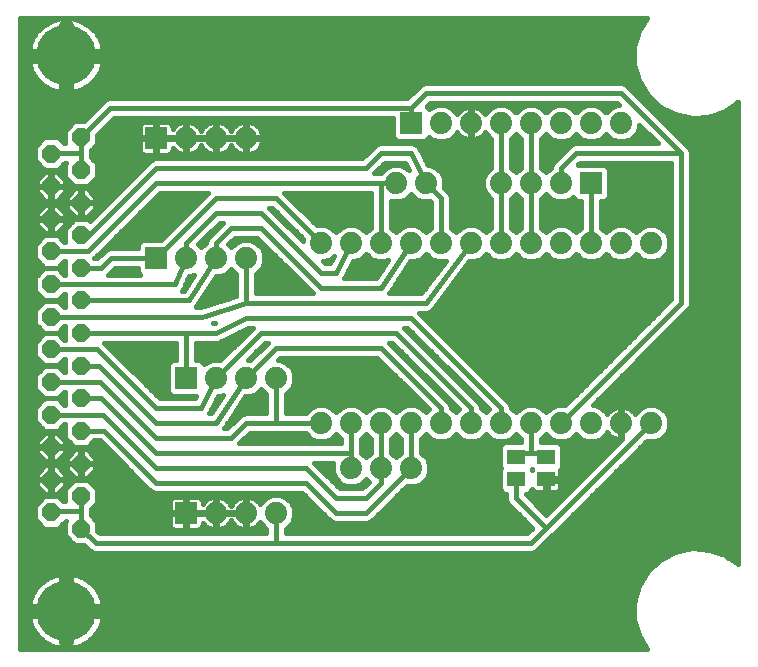
<source format=gbl>
G75*
%MOIN*%
%OFA0B0*%
%FSLAX25Y25*%
%IPPOS*%
%LPD*%
%AMOC8*
5,1,8,0,0,1.08239X$1,22.5*
%
%ADD10R,0.07400X0.07400*%
%ADD11C,0.07400*%
%ADD12OC8,0.06000*%
%ADD13C,0.20000*%
%ADD14R,0.05906X0.05118*%
%ADD15C,0.01600*%
%ADD16C,0.05000*%
D10*
X0110300Y0060950D03*
X0110300Y0105950D03*
X0100300Y0145950D03*
X0100300Y0185950D03*
X0185300Y0190950D03*
X0245300Y0170950D03*
D11*
X0235300Y0170950D03*
X0225300Y0170950D03*
X0215300Y0170950D03*
X0215300Y0150950D03*
X0205300Y0150950D03*
X0195300Y0150950D03*
X0185300Y0150950D03*
X0175300Y0150950D03*
X0165300Y0150950D03*
X0155300Y0150950D03*
X0130300Y0145950D03*
X0120300Y0145950D03*
X0110300Y0145950D03*
X0110300Y0185950D03*
X0120300Y0185950D03*
X0130300Y0185950D03*
X0180300Y0170950D03*
X0190300Y0170950D03*
X0195300Y0190950D03*
X0205300Y0190950D03*
X0215300Y0190950D03*
X0225300Y0190950D03*
X0235300Y0190950D03*
X0245300Y0190950D03*
X0255300Y0190950D03*
X0255300Y0150950D03*
X0245300Y0150950D03*
X0235300Y0150950D03*
X0225300Y0150950D03*
X0265300Y0150950D03*
X0265300Y0090950D03*
X0255300Y0090950D03*
X0245300Y0090950D03*
X0235300Y0090950D03*
X0225300Y0090950D03*
X0215300Y0090950D03*
X0205300Y0090950D03*
X0195300Y0090950D03*
X0185300Y0090950D03*
X0175300Y0090950D03*
X0165300Y0090950D03*
X0155300Y0090950D03*
X0165300Y0075950D03*
X0175300Y0075950D03*
X0185300Y0075950D03*
X0140300Y0060950D03*
X0130300Y0060950D03*
X0120300Y0060950D03*
X0120300Y0105950D03*
X0130300Y0105950D03*
X0140300Y0105950D03*
D12*
X0075300Y0110050D03*
X0065300Y0104650D03*
X0075300Y0099250D03*
X0065300Y0093750D03*
X0075300Y0088350D03*
X0065300Y0082950D03*
X0075300Y0077450D03*
X0065300Y0072050D03*
X0075300Y0066650D03*
X0065300Y0061150D03*
X0075300Y0055750D03*
X0065300Y0115550D03*
X0075300Y0120950D03*
X0065300Y0126350D03*
X0075300Y0131850D03*
X0065300Y0137250D03*
X0075300Y0142650D03*
X0065300Y0148150D03*
X0075300Y0153550D03*
X0065300Y0158950D03*
X0075300Y0164450D03*
X0065300Y0169850D03*
X0075300Y0175250D03*
X0065300Y0180750D03*
X0075300Y0186150D03*
D13*
X0070300Y0213550D03*
X0070300Y0028350D03*
D14*
X0220300Y0072210D03*
X0220300Y0079690D03*
X0230300Y0079690D03*
X0230300Y0072210D03*
D15*
X0263906Y0015750D02*
X0055100Y0015750D01*
X0055100Y0226111D01*
X0263882Y0226111D01*
X0261222Y0221737D01*
X0261222Y0221737D01*
X0259694Y0216282D01*
X0259694Y0210618D01*
X0261222Y0205163D01*
X0264165Y0200323D01*
X0268305Y0196457D01*
X0268305Y0196457D01*
X0273334Y0193851D01*
X0273335Y0193851D01*
X0278881Y0192698D01*
X0284532Y0193085D01*
X0289869Y0194982D01*
X0289869Y0194982D01*
X0294201Y0198039D01*
X0294201Y0043861D01*
X0289869Y0046918D01*
X0284532Y0048815D01*
X0284532Y0048815D01*
X0278881Y0049202D01*
X0278881Y0049202D01*
X0273335Y0048049D01*
X0273334Y0048049D01*
X0268305Y0045443D01*
X0264165Y0041577D01*
X0264165Y0041577D01*
X0261222Y0036737D01*
X0261222Y0036737D01*
X0259694Y0031282D01*
X0259694Y0025618D01*
X0261222Y0020163D01*
X0263906Y0015750D01*
X0262936Y0017344D02*
X0076037Y0017344D01*
X0075086Y0016795D02*
X0071932Y0015950D01*
X0068667Y0015950D01*
X0065514Y0016795D01*
X0062686Y0018428D01*
X0060378Y0020736D01*
X0058745Y0023564D01*
X0057900Y0026717D01*
X0057900Y0029982D01*
X0058745Y0033136D01*
X0060378Y0035964D01*
X0062686Y0038272D01*
X0065514Y0039905D01*
X0068667Y0040750D01*
X0071932Y0040750D01*
X0075086Y0039905D01*
X0077914Y0038272D01*
X0080222Y0035964D01*
X0081855Y0033136D01*
X0082700Y0029982D01*
X0082700Y0026717D01*
X0081855Y0023564D01*
X0080222Y0020736D01*
X0077914Y0018428D01*
X0075086Y0016795D01*
X0078429Y0018943D02*
X0261964Y0018943D01*
X0261222Y0020163D02*
X0261222Y0020163D01*
X0261116Y0020541D02*
X0080027Y0020541D01*
X0081033Y0022140D02*
X0260668Y0022140D01*
X0260220Y0023738D02*
X0081902Y0023738D01*
X0082330Y0025337D02*
X0259773Y0025337D01*
X0259694Y0026935D02*
X0082700Y0026935D01*
X0082700Y0028534D02*
X0259694Y0028534D01*
X0259694Y0030132D02*
X0082660Y0030132D01*
X0082232Y0031731D02*
X0259819Y0031731D01*
X0260267Y0033329D02*
X0081744Y0033329D01*
X0080821Y0034928D02*
X0260715Y0034928D01*
X0261163Y0036526D02*
X0079660Y0036526D01*
X0078062Y0038125D02*
X0262066Y0038125D01*
X0263038Y0039723D02*
X0075401Y0039723D01*
X0078543Y0048201D02*
X0079105Y0047981D01*
X0079663Y0047750D01*
X0079697Y0047750D01*
X0079729Y0047738D01*
X0080332Y0047750D01*
X0225937Y0047750D01*
X0227113Y0048237D01*
X0232113Y0053237D01*
X0233013Y0054137D01*
X0233013Y0054137D01*
X0263831Y0084956D01*
X0264087Y0084850D01*
X0266513Y0084850D01*
X0268755Y0085779D01*
X0270471Y0087495D01*
X0271400Y0089737D01*
X0271400Y0092163D01*
X0270471Y0094405D01*
X0268755Y0096121D01*
X0266513Y0097050D01*
X0264087Y0097050D01*
X0261845Y0096121D01*
X0260129Y0094405D01*
X0259932Y0093931D01*
X0259495Y0094533D01*
X0258883Y0095145D01*
X0258183Y0095654D01*
X0257411Y0096047D01*
X0256588Y0096315D01*
X0255733Y0096450D01*
X0255500Y0096450D01*
X0255500Y0091150D01*
X0255100Y0091150D01*
X0255100Y0096450D01*
X0254867Y0096450D01*
X0254012Y0096315D01*
X0253189Y0096047D01*
X0252417Y0095654D01*
X0251717Y0095145D01*
X0251105Y0094533D01*
X0250668Y0093931D01*
X0250471Y0094405D01*
X0248755Y0096121D01*
X0246513Y0097050D01*
X0245925Y0097050D01*
X0277113Y0128237D01*
X0278013Y0129137D01*
X0278500Y0130313D01*
X0278500Y0181587D01*
X0278013Y0182763D01*
X0257113Y0203663D01*
X0255937Y0204150D01*
X0189663Y0204150D01*
X0188487Y0203663D01*
X0187587Y0202763D01*
X0183975Y0199150D01*
X0084463Y0199150D01*
X0083287Y0198663D01*
X0082387Y0197763D01*
X0082387Y0197763D01*
X0076175Y0191550D01*
X0073063Y0191550D01*
X0069900Y0188387D01*
X0069900Y0184150D01*
X0069537Y0184150D01*
X0067537Y0186150D01*
X0063063Y0186150D01*
X0059900Y0182987D01*
X0059900Y0178513D01*
X0063063Y0175350D01*
X0067537Y0175350D01*
X0069937Y0177750D01*
X0070163Y0177750D01*
X0069900Y0177487D01*
X0069900Y0173013D01*
X0073063Y0169850D01*
X0077537Y0169850D01*
X0080700Y0173013D01*
X0080700Y0177487D01*
X0078500Y0179687D01*
X0078500Y0181713D01*
X0080700Y0183913D01*
X0080700Y0187025D01*
X0086425Y0192750D01*
X0179200Y0192750D01*
X0179200Y0186773D01*
X0179565Y0185891D01*
X0180241Y0185215D01*
X0181123Y0184850D01*
X0189477Y0184850D01*
X0190359Y0185215D01*
X0191035Y0185891D01*
X0191239Y0186384D01*
X0191845Y0185779D01*
X0194087Y0184850D01*
X0196513Y0184850D01*
X0198755Y0185779D01*
X0200471Y0187495D01*
X0200668Y0187969D01*
X0201105Y0187367D01*
X0201717Y0186755D01*
X0202417Y0186246D01*
X0203189Y0185853D01*
X0204012Y0185585D01*
X0204867Y0185450D01*
X0205100Y0185450D01*
X0205100Y0190750D01*
X0205500Y0190750D01*
X0205500Y0185450D01*
X0205733Y0185450D01*
X0206588Y0185585D01*
X0207411Y0185853D01*
X0208183Y0186246D01*
X0208883Y0186755D01*
X0209495Y0187367D01*
X0209932Y0187969D01*
X0210129Y0187495D01*
X0211845Y0185779D01*
X0212100Y0185673D01*
X0212100Y0176227D01*
X0211845Y0176121D01*
X0210129Y0174405D01*
X0209200Y0172163D01*
X0209200Y0169737D01*
X0210129Y0167495D01*
X0211845Y0165779D01*
X0212100Y0165673D01*
X0212100Y0156227D01*
X0211845Y0156121D01*
X0210300Y0154577D01*
X0208755Y0156121D01*
X0206513Y0157050D01*
X0204087Y0157050D01*
X0201845Y0156121D01*
X0200300Y0154577D01*
X0198755Y0156121D01*
X0198500Y0156227D01*
X0198500Y0166587D01*
X0198013Y0167763D01*
X0196294Y0169481D01*
X0196400Y0169737D01*
X0196400Y0172163D01*
X0195471Y0174405D01*
X0193755Y0176121D01*
X0191513Y0177050D01*
X0190828Y0177050D01*
X0188213Y0182279D01*
X0188013Y0182763D01*
X0187930Y0182846D01*
X0187877Y0182950D01*
X0187482Y0183293D01*
X0187113Y0183663D01*
X0187004Y0183708D01*
X0186916Y0183784D01*
X0186420Y0183950D01*
X0185937Y0184150D01*
X0185819Y0184150D01*
X0185708Y0184187D01*
X0185186Y0184150D01*
X0174663Y0184150D01*
X0173487Y0183663D01*
X0172587Y0182763D01*
X0168975Y0179150D01*
X0099663Y0179150D01*
X0098487Y0178663D01*
X0078156Y0158331D01*
X0077537Y0158950D01*
X0073063Y0158950D01*
X0069900Y0155787D01*
X0069900Y0151350D01*
X0069737Y0151350D01*
X0067537Y0153550D01*
X0063063Y0153550D01*
X0059900Y0150387D01*
X0059900Y0145913D01*
X0063063Y0142750D01*
X0067537Y0142750D01*
X0069737Y0144950D01*
X0069963Y0144950D01*
X0069900Y0144887D01*
X0069900Y0140450D01*
X0069737Y0140450D01*
X0067537Y0142650D01*
X0063063Y0142650D01*
X0059900Y0139487D01*
X0059900Y0135013D01*
X0063063Y0131850D01*
X0067537Y0131850D01*
X0069737Y0134050D01*
X0069900Y0134050D01*
X0069900Y0129613D01*
X0069963Y0129550D01*
X0069737Y0129550D01*
X0067537Y0131750D01*
X0063063Y0131750D01*
X0059900Y0128587D01*
X0059900Y0124113D01*
X0063063Y0120950D01*
X0059900Y0117787D01*
X0059900Y0113313D01*
X0063063Y0110150D01*
X0067537Y0110150D01*
X0069737Y0112350D01*
X0069963Y0112350D01*
X0069900Y0112287D01*
X0069900Y0107850D01*
X0069737Y0107850D01*
X0067537Y0110050D01*
X0063063Y0110050D01*
X0059900Y0106887D01*
X0059900Y0102413D01*
X0063063Y0099250D01*
X0067537Y0099250D01*
X0069737Y0101450D01*
X0069900Y0101450D01*
X0069900Y0097013D01*
X0069963Y0096950D01*
X0069737Y0096950D01*
X0067537Y0099150D01*
X0063063Y0099150D01*
X0059900Y0095987D01*
X0059900Y0091513D01*
X0063063Y0088350D01*
X0067537Y0088350D01*
X0069737Y0090550D01*
X0069900Y0090550D01*
X0069900Y0086113D01*
X0073063Y0082950D01*
X0077537Y0082950D01*
X0079737Y0085150D01*
X0081575Y0085150D01*
X0097587Y0069137D01*
X0098487Y0068237D01*
X0099663Y0067750D01*
X0148975Y0067750D01*
X0157587Y0059137D01*
X0158487Y0058237D01*
X0159663Y0057750D01*
X0170937Y0057750D01*
X0172113Y0058237D01*
X0173013Y0059137D01*
X0173013Y0059137D01*
X0183831Y0069956D01*
X0184087Y0069850D01*
X0186513Y0069850D01*
X0188755Y0070779D01*
X0190471Y0072495D01*
X0191400Y0074737D01*
X0191400Y0077163D01*
X0190471Y0079405D01*
X0188755Y0081121D01*
X0188500Y0081227D01*
X0188500Y0085673D01*
X0188755Y0085779D01*
X0190300Y0087323D01*
X0191845Y0085779D01*
X0194087Y0084850D01*
X0196513Y0084850D01*
X0198755Y0085779D01*
X0200300Y0087323D01*
X0201845Y0085779D01*
X0204087Y0084850D01*
X0206513Y0084850D01*
X0208755Y0085779D01*
X0210300Y0087323D01*
X0211845Y0085779D01*
X0214087Y0084850D01*
X0216513Y0084850D01*
X0218755Y0085779D01*
X0220300Y0087323D01*
X0221845Y0085779D01*
X0222100Y0085673D01*
X0222100Y0084649D01*
X0216870Y0084649D01*
X0215988Y0084284D01*
X0215313Y0083609D01*
X0214947Y0082727D01*
X0214947Y0076654D01*
X0215239Y0075950D01*
X0214947Y0075246D01*
X0214947Y0069173D01*
X0215313Y0068291D01*
X0215988Y0067616D01*
X0216870Y0067251D01*
X0217100Y0067251D01*
X0217100Y0065313D01*
X0217587Y0064137D01*
X0225775Y0055950D01*
X0223975Y0054150D01*
X0143500Y0054150D01*
X0143500Y0055673D01*
X0143755Y0055779D01*
X0145471Y0057495D01*
X0146400Y0059737D01*
X0146400Y0062163D01*
X0145471Y0064405D01*
X0143755Y0066121D01*
X0141513Y0067050D01*
X0139087Y0067050D01*
X0136845Y0066121D01*
X0135129Y0064405D01*
X0134932Y0063931D01*
X0134495Y0064533D01*
X0133883Y0065145D01*
X0133183Y0065654D01*
X0132411Y0066047D01*
X0131588Y0066315D01*
X0130733Y0066450D01*
X0130500Y0066450D01*
X0130500Y0061150D01*
X0130100Y0061150D01*
X0130100Y0066450D01*
X0129867Y0066450D01*
X0129012Y0066315D01*
X0128189Y0066047D01*
X0127417Y0065654D01*
X0126717Y0065145D01*
X0126105Y0064533D01*
X0125596Y0063833D01*
X0125300Y0063252D01*
X0125004Y0063833D01*
X0124495Y0064533D01*
X0123883Y0065145D01*
X0123183Y0065654D01*
X0122411Y0066047D01*
X0121588Y0066315D01*
X0120733Y0066450D01*
X0120500Y0066450D01*
X0120500Y0061150D01*
X0120100Y0061150D01*
X0120100Y0066450D01*
X0119867Y0066450D01*
X0119012Y0066315D01*
X0118189Y0066047D01*
X0117417Y0065654D01*
X0116717Y0065145D01*
X0116105Y0064533D01*
X0115800Y0064113D01*
X0115800Y0064887D01*
X0115677Y0065345D01*
X0115440Y0065755D01*
X0115105Y0066090D01*
X0114695Y0066327D01*
X0114237Y0066450D01*
X0110500Y0066450D01*
X0110500Y0061150D01*
X0110100Y0061150D01*
X0110100Y0066450D01*
X0106363Y0066450D01*
X0105905Y0066327D01*
X0105495Y0066090D01*
X0105160Y0065755D01*
X0104923Y0065345D01*
X0104800Y0064887D01*
X0104800Y0061150D01*
X0110100Y0061150D01*
X0110100Y0060750D01*
X0110500Y0060750D01*
X0110500Y0061150D01*
X0120100Y0061150D01*
X0120100Y0060750D01*
X0120500Y0060750D01*
X0120500Y0061150D01*
X0130100Y0061150D01*
X0130100Y0060750D01*
X0130500Y0060750D01*
X0130500Y0055450D01*
X0130733Y0055450D01*
X0131588Y0055585D01*
X0132411Y0055853D01*
X0133183Y0056246D01*
X0133883Y0056755D01*
X0134495Y0057367D01*
X0134932Y0057969D01*
X0135129Y0057495D01*
X0136845Y0055779D01*
X0137100Y0055673D01*
X0137100Y0054150D01*
X0081587Y0054150D01*
X0080700Y0055002D01*
X0080700Y0057987D01*
X0078500Y0060187D01*
X0078500Y0062213D01*
X0080700Y0064413D01*
X0080700Y0068887D01*
X0077537Y0072050D01*
X0073063Y0072050D01*
X0069900Y0068887D01*
X0069900Y0064850D01*
X0069237Y0064850D01*
X0067537Y0066550D01*
X0063063Y0066550D01*
X0059900Y0063387D01*
X0059900Y0058913D01*
X0063063Y0055750D01*
X0067537Y0055750D01*
X0070237Y0058450D01*
X0070363Y0058450D01*
X0069900Y0057987D01*
X0069900Y0053513D01*
X0073063Y0050350D01*
X0076304Y0050350D01*
X0078060Y0048664D01*
X0078487Y0048237D01*
X0078519Y0048224D01*
X0078543Y0048201D01*
X0077383Y0049314D02*
X0055100Y0049314D01*
X0055100Y0047716D02*
X0272691Y0047716D01*
X0269606Y0046117D02*
X0055100Y0046117D01*
X0055100Y0044519D02*
X0267315Y0044519D01*
X0268305Y0045443D02*
X0268305Y0045443D01*
X0265604Y0042920D02*
X0055100Y0042920D01*
X0055100Y0041322D02*
X0264010Y0041322D01*
X0287625Y0047716D02*
X0294201Y0047716D01*
X0294201Y0049314D02*
X0228190Y0049314D01*
X0229788Y0050913D02*
X0294201Y0050913D01*
X0294201Y0052511D02*
X0231387Y0052511D01*
X0232113Y0053237D02*
X0232113Y0053237D01*
X0232985Y0054110D02*
X0294201Y0054110D01*
X0294201Y0055708D02*
X0234584Y0055708D01*
X0236182Y0057307D02*
X0294201Y0057307D01*
X0294201Y0058905D02*
X0237781Y0058905D01*
X0239379Y0060504D02*
X0294201Y0060504D01*
X0294201Y0062102D02*
X0240978Y0062102D01*
X0242576Y0063701D02*
X0294201Y0063701D01*
X0294201Y0065299D02*
X0244175Y0065299D01*
X0245773Y0066898D02*
X0294201Y0066898D01*
X0294201Y0068496D02*
X0247372Y0068496D01*
X0248970Y0070095D02*
X0294201Y0070095D01*
X0294201Y0071693D02*
X0250569Y0071693D01*
X0252167Y0073292D02*
X0294201Y0073292D01*
X0294201Y0074890D02*
X0253766Y0074890D01*
X0255364Y0076489D02*
X0294201Y0076489D01*
X0294201Y0078087D02*
X0256963Y0078087D01*
X0258561Y0079686D02*
X0294201Y0079686D01*
X0294201Y0081284D02*
X0260160Y0081284D01*
X0261758Y0082883D02*
X0294201Y0082883D01*
X0294201Y0084482D02*
X0263357Y0084482D01*
X0269057Y0086080D02*
X0294201Y0086080D01*
X0294201Y0087679D02*
X0270548Y0087679D01*
X0271210Y0089277D02*
X0294201Y0089277D01*
X0294201Y0090876D02*
X0271400Y0090876D01*
X0271271Y0092474D02*
X0294201Y0092474D01*
X0294201Y0094073D02*
X0270609Y0094073D01*
X0269206Y0095671D02*
X0294201Y0095671D01*
X0294201Y0097270D02*
X0246145Y0097270D01*
X0247744Y0098868D02*
X0294201Y0098868D01*
X0294201Y0100467D02*
X0249342Y0100467D01*
X0250941Y0102065D02*
X0294201Y0102065D01*
X0294201Y0103664D02*
X0252539Y0103664D01*
X0254138Y0105262D02*
X0294201Y0105262D01*
X0294201Y0106861D02*
X0255736Y0106861D01*
X0257335Y0108459D02*
X0294201Y0108459D01*
X0294201Y0110058D02*
X0258933Y0110058D01*
X0260532Y0111656D02*
X0294201Y0111656D01*
X0294201Y0113255D02*
X0262130Y0113255D01*
X0263729Y0114853D02*
X0294201Y0114853D01*
X0294201Y0116452D02*
X0265327Y0116452D01*
X0266926Y0118050D02*
X0294201Y0118050D01*
X0294201Y0119649D02*
X0268524Y0119649D01*
X0270123Y0121247D02*
X0294201Y0121247D01*
X0294201Y0122846D02*
X0271721Y0122846D01*
X0273320Y0124444D02*
X0294201Y0124444D01*
X0294201Y0126043D02*
X0274918Y0126043D01*
X0276517Y0127641D02*
X0294201Y0127641D01*
X0294201Y0129240D02*
X0278055Y0129240D01*
X0278500Y0130838D02*
X0294201Y0130838D01*
X0294201Y0132437D02*
X0278500Y0132437D01*
X0278500Y0134035D02*
X0294201Y0134035D01*
X0294201Y0135634D02*
X0278500Y0135634D01*
X0278500Y0137232D02*
X0294201Y0137232D01*
X0294201Y0138831D02*
X0278500Y0138831D01*
X0278500Y0140429D02*
X0294201Y0140429D01*
X0294201Y0142028D02*
X0278500Y0142028D01*
X0278500Y0143626D02*
X0294201Y0143626D01*
X0294201Y0145225D02*
X0278500Y0145225D01*
X0278500Y0146823D02*
X0294201Y0146823D01*
X0294201Y0148422D02*
X0278500Y0148422D01*
X0278500Y0150020D02*
X0294201Y0150020D01*
X0294201Y0151619D02*
X0278500Y0151619D01*
X0278500Y0153218D02*
X0294201Y0153218D01*
X0294201Y0154816D02*
X0278500Y0154816D01*
X0278500Y0156415D02*
X0294201Y0156415D01*
X0294201Y0158013D02*
X0278500Y0158013D01*
X0278500Y0159612D02*
X0294201Y0159612D01*
X0294201Y0161210D02*
X0278500Y0161210D01*
X0278500Y0162809D02*
X0294201Y0162809D01*
X0294201Y0164407D02*
X0278500Y0164407D01*
X0278500Y0166006D02*
X0294201Y0166006D01*
X0294201Y0167604D02*
X0278500Y0167604D01*
X0278500Y0169203D02*
X0294201Y0169203D01*
X0294201Y0170801D02*
X0278500Y0170801D01*
X0278500Y0172400D02*
X0294201Y0172400D01*
X0294201Y0173998D02*
X0278500Y0173998D01*
X0278500Y0175597D02*
X0294201Y0175597D01*
X0294201Y0177195D02*
X0278500Y0177195D01*
X0278500Y0178794D02*
X0294201Y0178794D01*
X0294201Y0180392D02*
X0278500Y0180392D01*
X0278333Y0181991D02*
X0294201Y0181991D01*
X0294201Y0183589D02*
X0277186Y0183589D01*
X0275588Y0185188D02*
X0294201Y0185188D01*
X0294201Y0186786D02*
X0273989Y0186786D01*
X0272391Y0188385D02*
X0294201Y0188385D01*
X0294201Y0189983D02*
X0270792Y0189983D01*
X0269194Y0191582D02*
X0294201Y0191582D01*
X0294201Y0193180D02*
X0284800Y0193180D01*
X0284532Y0193085D02*
X0284532Y0193085D01*
X0289298Y0194779D02*
X0294201Y0194779D01*
X0294201Y0196377D02*
X0291846Y0196377D01*
X0294111Y0197976D02*
X0294201Y0197976D01*
X0278881Y0192698D02*
X0278881Y0192698D01*
X0276562Y0193180D02*
X0267595Y0193180D01*
X0265997Y0194779D02*
X0271544Y0194779D01*
X0268459Y0196377D02*
X0264398Y0196377D01*
X0262800Y0197976D02*
X0266679Y0197976D01*
X0264967Y0199574D02*
X0261201Y0199574D01*
X0259603Y0201173D02*
X0263649Y0201173D01*
X0264165Y0200323D02*
X0264165Y0200323D01*
X0262677Y0202771D02*
X0258004Y0202771D01*
X0255300Y0200950D02*
X0275300Y0180950D01*
X0240300Y0180950D01*
X0235300Y0175950D01*
X0235300Y0170950D01*
X0239361Y0166384D02*
X0239565Y0165891D01*
X0240241Y0165215D01*
X0241123Y0164850D01*
X0242100Y0164850D01*
X0242100Y0156227D01*
X0241845Y0156121D01*
X0240300Y0154577D01*
X0238755Y0156121D01*
X0236513Y0157050D01*
X0234087Y0157050D01*
X0231845Y0156121D01*
X0230300Y0154577D01*
X0228755Y0156121D01*
X0228500Y0156227D01*
X0228500Y0165673D01*
X0228755Y0165779D01*
X0230300Y0167323D01*
X0231845Y0165779D01*
X0234087Y0164850D01*
X0236513Y0164850D01*
X0238755Y0165779D01*
X0239361Y0166384D01*
X0239518Y0166006D02*
X0238982Y0166006D01*
X0242100Y0164407D02*
X0228500Y0164407D01*
X0228500Y0162809D02*
X0242100Y0162809D01*
X0242100Y0161210D02*
X0228500Y0161210D01*
X0228500Y0159612D02*
X0242100Y0159612D01*
X0242100Y0158013D02*
X0228500Y0158013D01*
X0228500Y0156415D02*
X0232552Y0156415D01*
X0230539Y0154816D02*
X0230061Y0154816D01*
X0225300Y0150950D02*
X0225300Y0170950D01*
X0225300Y0190950D01*
X0220837Y0186786D02*
X0219763Y0186786D01*
X0220300Y0187323D02*
X0221845Y0185779D01*
X0222100Y0185673D01*
X0222100Y0176227D01*
X0221845Y0176121D01*
X0220300Y0174577D01*
X0218755Y0176121D01*
X0218500Y0176227D01*
X0218500Y0185673D01*
X0218755Y0185779D01*
X0220300Y0187323D01*
X0218500Y0185188D02*
X0222100Y0185188D01*
X0222100Y0183589D02*
X0218500Y0183589D01*
X0218500Y0181991D02*
X0222100Y0181991D01*
X0222100Y0180392D02*
X0218500Y0180392D01*
X0218500Y0178794D02*
X0222100Y0178794D01*
X0222100Y0177195D02*
X0218500Y0177195D01*
X0219280Y0175597D02*
X0221320Y0175597D01*
X0215300Y0170950D02*
X0215300Y0190950D01*
X0210837Y0186786D02*
X0208914Y0186786D01*
X0205500Y0186786D02*
X0205100Y0186786D01*
X0205100Y0188385D02*
X0205500Y0188385D01*
X0205500Y0189983D02*
X0205100Y0189983D01*
X0205100Y0191150D02*
X0205100Y0196450D01*
X0204867Y0196450D01*
X0204012Y0196315D01*
X0203189Y0196047D01*
X0202417Y0195654D01*
X0201717Y0195145D01*
X0201105Y0194533D01*
X0200668Y0193931D01*
X0200471Y0194405D01*
X0198755Y0196121D01*
X0196513Y0197050D01*
X0194087Y0197050D01*
X0191845Y0196121D01*
X0191239Y0195516D01*
X0191035Y0196009D01*
X0190460Y0196584D01*
X0191625Y0197750D01*
X0253975Y0197750D01*
X0254675Y0197050D01*
X0254087Y0197050D01*
X0251845Y0196121D01*
X0250300Y0194577D01*
X0248755Y0196121D01*
X0246513Y0197050D01*
X0244087Y0197050D01*
X0241845Y0196121D01*
X0240300Y0194577D01*
X0238755Y0196121D01*
X0236513Y0197050D01*
X0234087Y0197050D01*
X0231845Y0196121D01*
X0230300Y0194577D01*
X0228755Y0196121D01*
X0226513Y0197050D01*
X0224087Y0197050D01*
X0221845Y0196121D01*
X0220300Y0194577D01*
X0218755Y0196121D01*
X0216513Y0197050D01*
X0214087Y0197050D01*
X0211845Y0196121D01*
X0210129Y0194405D01*
X0209932Y0193931D01*
X0209495Y0194533D01*
X0208883Y0195145D01*
X0208183Y0195654D01*
X0207411Y0196047D01*
X0206588Y0196315D01*
X0205733Y0196450D01*
X0205500Y0196450D01*
X0205500Y0191150D01*
X0205100Y0191150D01*
X0205100Y0191582D02*
X0205500Y0191582D01*
X0205500Y0193180D02*
X0205100Y0193180D01*
X0205100Y0194779D02*
X0205500Y0194779D01*
X0205500Y0196377D02*
X0205100Y0196377D01*
X0204408Y0196377D02*
X0198137Y0196377D01*
X0200098Y0194779D02*
X0201351Y0194779D01*
X0206192Y0196377D02*
X0212463Y0196377D01*
X0210502Y0194779D02*
X0209249Y0194779D01*
X0218137Y0196377D02*
X0222463Y0196377D01*
X0220502Y0194779D02*
X0220098Y0194779D01*
X0228137Y0196377D02*
X0232463Y0196377D01*
X0230502Y0194779D02*
X0230098Y0194779D01*
X0230300Y0187323D02*
X0231845Y0185779D01*
X0234087Y0184850D01*
X0236513Y0184850D01*
X0238755Y0185779D01*
X0240300Y0187323D01*
X0241845Y0185779D01*
X0244087Y0184850D01*
X0246513Y0184850D01*
X0248755Y0185779D01*
X0250300Y0187323D01*
X0251845Y0185779D01*
X0254087Y0184850D01*
X0256513Y0184850D01*
X0258755Y0185779D01*
X0260471Y0187495D01*
X0261400Y0189737D01*
X0261400Y0190325D01*
X0267575Y0184150D01*
X0239663Y0184150D01*
X0238487Y0183663D01*
X0233487Y0178663D01*
X0232587Y0177763D01*
X0232100Y0176587D01*
X0232100Y0176227D01*
X0231845Y0176121D01*
X0230300Y0174577D01*
X0228755Y0176121D01*
X0228500Y0176227D01*
X0228500Y0185673D01*
X0228755Y0185779D01*
X0230300Y0187323D01*
X0229763Y0186786D02*
X0230837Y0186786D01*
X0228500Y0185188D02*
X0233271Y0185188D01*
X0237329Y0185188D02*
X0243271Y0185188D01*
X0240837Y0186786D02*
X0239763Y0186786D01*
X0238414Y0183589D02*
X0228500Y0183589D01*
X0228500Y0181991D02*
X0236815Y0181991D01*
X0235217Y0180392D02*
X0228500Y0180392D01*
X0228500Y0178794D02*
X0233618Y0178794D01*
X0232352Y0177195D02*
X0228500Y0177195D01*
X0229280Y0175597D02*
X0231320Y0175597D01*
X0240786Y0176911D02*
X0241625Y0177750D01*
X0272100Y0177750D01*
X0272100Y0132275D01*
X0236769Y0096944D01*
X0236513Y0097050D01*
X0234087Y0097050D01*
X0231845Y0096121D01*
X0230300Y0094577D01*
X0228755Y0096121D01*
X0226513Y0097050D01*
X0224087Y0097050D01*
X0221845Y0096121D01*
X0220300Y0094577D01*
X0218755Y0096121D01*
X0218500Y0096227D01*
X0218500Y0096587D01*
X0218013Y0097763D01*
X0188025Y0127750D01*
X0189897Y0127750D01*
X0190122Y0127692D01*
X0190527Y0127750D01*
X0190937Y0127750D01*
X0191152Y0127839D01*
X0191383Y0127872D01*
X0191735Y0128081D01*
X0192113Y0128237D01*
X0192277Y0128402D01*
X0192478Y0128521D01*
X0192724Y0128848D01*
X0193013Y0129137D01*
X0193102Y0129353D01*
X0204725Y0144850D01*
X0206513Y0144850D01*
X0208755Y0145779D01*
X0210300Y0147323D01*
X0211845Y0145779D01*
X0214087Y0144850D01*
X0216513Y0144850D01*
X0218755Y0145779D01*
X0220300Y0147323D01*
X0221845Y0145779D01*
X0224087Y0144850D01*
X0226513Y0144850D01*
X0228755Y0145779D01*
X0230300Y0147323D01*
X0231845Y0145779D01*
X0234087Y0144850D01*
X0236513Y0144850D01*
X0238755Y0145779D01*
X0240300Y0147323D01*
X0241845Y0145779D01*
X0244087Y0144850D01*
X0246513Y0144850D01*
X0248755Y0145779D01*
X0250300Y0147323D01*
X0251845Y0145779D01*
X0254087Y0144850D01*
X0256513Y0144850D01*
X0258755Y0145779D01*
X0260300Y0147323D01*
X0261845Y0145779D01*
X0264087Y0144850D01*
X0266513Y0144850D01*
X0268755Y0145779D01*
X0270471Y0147495D01*
X0271400Y0149737D01*
X0271400Y0152163D01*
X0270471Y0154405D01*
X0268755Y0156121D01*
X0266513Y0157050D01*
X0264087Y0157050D01*
X0261845Y0156121D01*
X0260300Y0154577D01*
X0258755Y0156121D01*
X0256513Y0157050D01*
X0254087Y0157050D01*
X0251845Y0156121D01*
X0250300Y0154577D01*
X0248755Y0156121D01*
X0248500Y0156227D01*
X0248500Y0164850D01*
X0249477Y0164850D01*
X0250359Y0165215D01*
X0251035Y0165891D01*
X0251400Y0166773D01*
X0251400Y0175127D01*
X0251035Y0176009D01*
X0250359Y0176685D01*
X0249477Y0177050D01*
X0241123Y0177050D01*
X0240786Y0176911D01*
X0241071Y0177195D02*
X0272100Y0177195D01*
X0272100Y0175597D02*
X0251206Y0175597D01*
X0251400Y0173998D02*
X0272100Y0173998D01*
X0272100Y0172400D02*
X0251400Y0172400D01*
X0251400Y0170801D02*
X0272100Y0170801D01*
X0272100Y0169203D02*
X0251400Y0169203D01*
X0251400Y0167604D02*
X0272100Y0167604D01*
X0272100Y0166006D02*
X0251082Y0166006D01*
X0248500Y0164407D02*
X0272100Y0164407D01*
X0272100Y0162809D02*
X0248500Y0162809D01*
X0248500Y0161210D02*
X0272100Y0161210D01*
X0272100Y0159612D02*
X0248500Y0159612D01*
X0248500Y0158013D02*
X0272100Y0158013D01*
X0272100Y0156415D02*
X0268048Y0156415D01*
X0270061Y0154816D02*
X0272100Y0154816D01*
X0272100Y0153218D02*
X0270963Y0153218D01*
X0271400Y0151619D02*
X0272100Y0151619D01*
X0272100Y0150020D02*
X0271400Y0150020D01*
X0270855Y0148422D02*
X0272100Y0148422D01*
X0272100Y0146823D02*
X0269800Y0146823D01*
X0272100Y0145225D02*
X0267419Y0145225D01*
X0263181Y0145225D02*
X0257419Y0145225D01*
X0259800Y0146823D02*
X0260800Y0146823D01*
X0253181Y0145225D02*
X0247419Y0145225D01*
X0249800Y0146823D02*
X0250800Y0146823D01*
X0245300Y0150950D02*
X0245300Y0170950D01*
X0231618Y0166006D02*
X0228982Y0166006D01*
X0222100Y0165673D02*
X0222100Y0156227D01*
X0221845Y0156121D01*
X0220300Y0154577D01*
X0218755Y0156121D01*
X0218500Y0156227D01*
X0218500Y0165673D01*
X0218755Y0165779D01*
X0220300Y0167323D01*
X0221845Y0165779D01*
X0222100Y0165673D01*
X0221618Y0166006D02*
X0218982Y0166006D01*
X0218500Y0164407D02*
X0222100Y0164407D01*
X0222100Y0162809D02*
X0218500Y0162809D01*
X0218500Y0161210D02*
X0222100Y0161210D01*
X0222100Y0159612D02*
X0218500Y0159612D01*
X0218500Y0158013D02*
X0222100Y0158013D01*
X0222100Y0156415D02*
X0218500Y0156415D01*
X0220061Y0154816D02*
X0220539Y0154816D01*
X0215300Y0150950D02*
X0215300Y0170950D01*
X0209960Y0173998D02*
X0195640Y0173998D01*
X0196302Y0172400D02*
X0209298Y0172400D01*
X0209200Y0170801D02*
X0196400Y0170801D01*
X0196573Y0169203D02*
X0209421Y0169203D01*
X0210083Y0167604D02*
X0198078Y0167604D01*
X0198500Y0166006D02*
X0211618Y0166006D01*
X0212100Y0164407D02*
X0198500Y0164407D01*
X0198500Y0162809D02*
X0212100Y0162809D01*
X0212100Y0161210D02*
X0198500Y0161210D01*
X0198500Y0159612D02*
X0212100Y0159612D01*
X0212100Y0158013D02*
X0198500Y0158013D01*
X0198500Y0156415D02*
X0202552Y0156415D01*
X0200539Y0154816D02*
X0200061Y0154816D01*
X0195300Y0150950D02*
X0195300Y0165950D01*
X0190300Y0170950D01*
X0185300Y0180950D01*
X0175300Y0180950D01*
X0170300Y0175950D01*
X0100300Y0175950D01*
X0077900Y0153550D01*
X0075300Y0153550D01*
X0069900Y0153218D02*
X0067869Y0153218D01*
X0067288Y0154150D02*
X0070100Y0156962D01*
X0070100Y0158750D01*
X0065500Y0158750D01*
X0065500Y0159150D01*
X0065100Y0159150D01*
X0065100Y0163750D01*
X0063312Y0163750D01*
X0060500Y0160938D01*
X0060500Y0159150D01*
X0065100Y0159150D01*
X0065100Y0158750D01*
X0060500Y0158750D01*
X0060500Y0156962D01*
X0063312Y0154150D01*
X0065100Y0154150D01*
X0065100Y0158750D01*
X0065500Y0158750D01*
X0065500Y0154150D01*
X0067288Y0154150D01*
X0067954Y0154816D02*
X0069900Y0154816D01*
X0069553Y0156415D02*
X0070528Y0156415D01*
X0070100Y0158013D02*
X0072126Y0158013D01*
X0073312Y0159650D02*
X0070500Y0162462D01*
X0070500Y0164250D01*
X0075100Y0164250D01*
X0075100Y0164650D01*
X0075100Y0169250D01*
X0073312Y0169250D01*
X0070500Y0166438D01*
X0070500Y0164650D01*
X0075100Y0164650D01*
X0075500Y0164650D01*
X0075500Y0169250D01*
X0077288Y0169250D01*
X0080100Y0166438D01*
X0080100Y0164650D01*
X0075500Y0164650D01*
X0075500Y0164250D01*
X0080100Y0164250D01*
X0080100Y0162462D01*
X0077288Y0159650D01*
X0075500Y0159650D01*
X0075500Y0164250D01*
X0075100Y0164250D01*
X0075100Y0159650D01*
X0073312Y0159650D01*
X0071752Y0161210D02*
X0069828Y0161210D01*
X0070100Y0160938D02*
X0067288Y0163750D01*
X0065500Y0163750D01*
X0065500Y0159150D01*
X0070100Y0159150D01*
X0070100Y0160938D01*
X0070100Y0159612D02*
X0079436Y0159612D01*
X0078848Y0161210D02*
X0081035Y0161210D01*
X0080100Y0162809D02*
X0082633Y0162809D01*
X0084232Y0164407D02*
X0075500Y0164407D01*
X0075100Y0164407D02*
X0055100Y0164407D01*
X0055100Y0162809D02*
X0062370Y0162809D01*
X0060772Y0161210D02*
X0055100Y0161210D01*
X0055100Y0159612D02*
X0060500Y0159612D01*
X0060500Y0158013D02*
X0055100Y0158013D01*
X0055100Y0156415D02*
X0061047Y0156415D01*
X0062646Y0154816D02*
X0055100Y0154816D01*
X0055100Y0153218D02*
X0062731Y0153218D01*
X0061132Y0151619D02*
X0055100Y0151619D01*
X0055100Y0150020D02*
X0059900Y0150020D01*
X0059900Y0148422D02*
X0055100Y0148422D01*
X0055100Y0146823D02*
X0059900Y0146823D01*
X0060588Y0145225D02*
X0055100Y0145225D01*
X0055100Y0143626D02*
X0062187Y0143626D01*
X0062441Y0142028D02*
X0055100Y0142028D01*
X0055100Y0140429D02*
X0060843Y0140429D01*
X0059900Y0138831D02*
X0055100Y0138831D01*
X0055100Y0137232D02*
X0059900Y0137232D01*
X0059900Y0135634D02*
X0055100Y0135634D01*
X0055100Y0134035D02*
X0060878Y0134035D01*
X0062476Y0132437D02*
X0055100Y0132437D01*
X0055100Y0130838D02*
X0062152Y0130838D01*
X0060553Y0129240D02*
X0055100Y0129240D01*
X0055100Y0127641D02*
X0059900Y0127641D01*
X0059900Y0126043D02*
X0055100Y0126043D01*
X0055100Y0124444D02*
X0059900Y0124444D01*
X0061167Y0122846D02*
X0055100Y0122846D01*
X0055100Y0121247D02*
X0062766Y0121247D01*
X0063063Y0120950D02*
X0067537Y0120950D01*
X0063063Y0120950D01*
X0061762Y0119649D02*
X0055100Y0119649D01*
X0055100Y0118050D02*
X0060164Y0118050D01*
X0059900Y0116452D02*
X0055100Y0116452D01*
X0055100Y0114853D02*
X0059900Y0114853D01*
X0059959Y0113255D02*
X0055100Y0113255D01*
X0055100Y0111656D02*
X0061557Y0111656D01*
X0061472Y0108459D02*
X0055100Y0108459D01*
X0055100Y0106861D02*
X0059900Y0106861D01*
X0059900Y0105262D02*
X0055100Y0105262D01*
X0055100Y0103664D02*
X0059900Y0103664D01*
X0060248Y0102065D02*
X0055100Y0102065D01*
X0055100Y0100467D02*
X0061847Y0100467D01*
X0062781Y0098868D02*
X0055100Y0098868D01*
X0055100Y0097270D02*
X0061183Y0097270D01*
X0059900Y0095671D02*
X0055100Y0095671D01*
X0055100Y0094073D02*
X0059900Y0094073D01*
X0059900Y0092474D02*
X0055100Y0092474D01*
X0055100Y0090876D02*
X0060538Y0090876D01*
X0062136Y0089277D02*
X0055100Y0089277D01*
X0055100Y0087679D02*
X0063240Y0087679D01*
X0063312Y0087750D02*
X0060500Y0084938D01*
X0060500Y0083150D01*
X0065100Y0083150D01*
X0065100Y0087750D01*
X0063312Y0087750D01*
X0065100Y0087679D02*
X0065500Y0087679D01*
X0065500Y0087750D02*
X0065500Y0083150D01*
X0065100Y0083150D01*
X0065100Y0082750D01*
X0060500Y0082750D01*
X0060500Y0080962D01*
X0063312Y0078150D01*
X0065100Y0078150D01*
X0065100Y0082750D01*
X0065500Y0082750D01*
X0065500Y0083150D01*
X0070100Y0083150D01*
X0070100Y0084938D01*
X0067288Y0087750D01*
X0065500Y0087750D01*
X0065500Y0086080D02*
X0065100Y0086080D01*
X0065100Y0084482D02*
X0065500Y0084482D01*
X0065500Y0082883D02*
X0083841Y0082883D01*
X0082243Y0084482D02*
X0079068Y0084482D01*
X0077288Y0082250D02*
X0075500Y0082250D01*
X0075500Y0077650D01*
X0075100Y0077650D01*
X0075100Y0082250D01*
X0073312Y0082250D01*
X0070500Y0079438D01*
X0070500Y0077650D01*
X0075100Y0077650D01*
X0075100Y0077250D01*
X0070500Y0077250D01*
X0070500Y0075462D01*
X0073312Y0072650D01*
X0075100Y0072650D01*
X0075100Y0077250D01*
X0075500Y0077250D01*
X0075500Y0077650D01*
X0080100Y0077650D01*
X0080100Y0079438D01*
X0077288Y0082250D01*
X0078254Y0081284D02*
X0085440Y0081284D01*
X0087039Y0079686D02*
X0079852Y0079686D01*
X0080100Y0078087D02*
X0088637Y0078087D01*
X0090236Y0076489D02*
X0080100Y0076489D01*
X0080100Y0077250D02*
X0075500Y0077250D01*
X0075500Y0072650D01*
X0077288Y0072650D01*
X0080100Y0075462D01*
X0080100Y0077250D01*
X0079529Y0074890D02*
X0091834Y0074890D01*
X0093433Y0073292D02*
X0077930Y0073292D01*
X0077893Y0071693D02*
X0095031Y0071693D01*
X0096630Y0070095D02*
X0079492Y0070095D01*
X0080700Y0068496D02*
X0098228Y0068496D01*
X0100300Y0070950D02*
X0150300Y0070950D01*
X0160300Y0060950D01*
X0170300Y0060950D01*
X0185300Y0075950D01*
X0185300Y0090950D01*
X0189206Y0095671D02*
X0191053Y0095671D01*
X0191224Y0095501D02*
X0190300Y0094577D01*
X0188755Y0096121D01*
X0186513Y0097050D01*
X0184087Y0097050D01*
X0181845Y0096121D01*
X0180300Y0094577D01*
X0178755Y0096121D01*
X0176513Y0097050D01*
X0174087Y0097050D01*
X0171845Y0096121D01*
X0170300Y0094577D01*
X0168755Y0096121D01*
X0166513Y0097050D01*
X0164087Y0097050D01*
X0161845Y0096121D01*
X0160300Y0094577D01*
X0158755Y0096121D01*
X0156513Y0097050D01*
X0154087Y0097050D01*
X0151845Y0096121D01*
X0150129Y0094405D01*
X0150023Y0094150D01*
X0143500Y0094150D01*
X0143500Y0100673D01*
X0143755Y0100779D01*
X0145471Y0102495D01*
X0146400Y0104737D01*
X0146400Y0107163D01*
X0145471Y0109405D01*
X0143755Y0111121D01*
X0141513Y0112050D01*
X0140925Y0112050D01*
X0141625Y0112750D01*
X0173975Y0112750D01*
X0191224Y0095501D01*
X0189455Y0097270D02*
X0143500Y0097270D01*
X0143500Y0098868D02*
X0187856Y0098868D01*
X0186258Y0100467D02*
X0143500Y0100467D01*
X0145042Y0102065D02*
X0184659Y0102065D01*
X0183061Y0103664D02*
X0145956Y0103664D01*
X0146400Y0105262D02*
X0181462Y0105262D01*
X0179864Y0106861D02*
X0146400Y0106861D01*
X0145863Y0108459D02*
X0178265Y0108459D01*
X0176667Y0110058D02*
X0144819Y0110058D01*
X0142464Y0111656D02*
X0175068Y0111656D01*
X0175300Y0115950D02*
X0140300Y0115950D01*
X0130300Y0105950D01*
X0120300Y0090950D01*
X0100300Y0090950D01*
X0081200Y0110050D01*
X0075300Y0110050D01*
X0069900Y0110058D02*
X0055100Y0110058D01*
X0065300Y0104650D02*
X0081600Y0104650D01*
X0100300Y0085950D01*
X0125300Y0085950D01*
X0130300Y0090950D01*
X0140300Y0090950D01*
X0140300Y0105950D01*
X0135558Y0102065D02*
X0135042Y0102065D01*
X0135300Y0102323D02*
X0136845Y0100779D01*
X0137100Y0100673D01*
X0137100Y0094150D01*
X0129663Y0094150D01*
X0128487Y0093663D01*
X0127587Y0092763D01*
X0123975Y0089150D01*
X0123018Y0089150D01*
X0123136Y0089436D01*
X0130079Y0099850D01*
X0131513Y0099850D01*
X0133755Y0100779D01*
X0135300Y0102323D01*
X0137100Y0100467D02*
X0133002Y0100467D01*
X0129425Y0098868D02*
X0137100Y0098868D01*
X0137100Y0097270D02*
X0128359Y0097270D01*
X0127293Y0095671D02*
X0137100Y0095671D01*
X0140300Y0090950D02*
X0155300Y0090950D01*
X0160300Y0087323D02*
X0161845Y0085779D01*
X0162100Y0085673D01*
X0162100Y0084150D01*
X0128025Y0084150D01*
X0131625Y0087750D01*
X0150023Y0087750D01*
X0150129Y0087495D01*
X0151845Y0085779D01*
X0154087Y0084850D01*
X0156513Y0084850D01*
X0158755Y0085779D01*
X0160300Y0087323D01*
X0159057Y0086080D02*
X0161543Y0086080D01*
X0162100Y0084482D02*
X0128357Y0084482D01*
X0129955Y0086080D02*
X0151543Y0086080D01*
X0150052Y0087679D02*
X0131554Y0087679D01*
X0127299Y0092474D02*
X0125162Y0092474D01*
X0125700Y0090876D02*
X0124096Y0090876D01*
X0124102Y0089277D02*
X0123071Y0089277D01*
X0126228Y0094073D02*
X0129477Y0094073D01*
X0121733Y0098868D02*
X0120337Y0098868D01*
X0120828Y0099850D02*
X0118213Y0094620D01*
X0118018Y0094150D01*
X0118587Y0094150D01*
X0122721Y0100350D01*
X0121513Y0099850D01*
X0120828Y0099850D01*
X0120667Y0097270D02*
X0119537Y0097270D01*
X0119601Y0095671D02*
X0118738Y0095671D01*
X0115300Y0095950D02*
X0120300Y0105950D01*
X0135300Y0120950D01*
X0180300Y0120950D01*
X0205300Y0095950D01*
X0205300Y0090950D01*
X0201224Y0095501D02*
X0200300Y0094577D01*
X0198755Y0096121D01*
X0198500Y0096227D01*
X0198500Y0096587D01*
X0198013Y0097763D01*
X0178025Y0117750D01*
X0178975Y0117750D01*
X0201224Y0095501D01*
X0201053Y0095671D02*
X0199206Y0095671D01*
X0199455Y0097270D02*
X0198217Y0097270D01*
X0197856Y0098868D02*
X0196907Y0098868D01*
X0196258Y0100467D02*
X0195309Y0100467D01*
X0194659Y0102065D02*
X0193710Y0102065D01*
X0193061Y0103664D02*
X0192112Y0103664D01*
X0191462Y0105262D02*
X0190513Y0105262D01*
X0189864Y0106861D02*
X0188915Y0106861D01*
X0188265Y0108459D02*
X0187316Y0108459D01*
X0186667Y0110058D02*
X0185718Y0110058D01*
X0185068Y0111656D02*
X0184119Y0111656D01*
X0183470Y0113255D02*
X0182521Y0113255D01*
X0181871Y0114853D02*
X0180922Y0114853D01*
X0180273Y0116452D02*
X0179324Y0116452D01*
X0175300Y0115950D02*
X0195300Y0095950D01*
X0195300Y0090950D01*
X0199057Y0086080D02*
X0201543Y0086080D01*
X0209057Y0086080D02*
X0211543Y0086080D01*
X0215012Y0082883D02*
X0188500Y0082883D01*
X0188500Y0081284D02*
X0214947Y0081284D01*
X0214947Y0079686D02*
X0190191Y0079686D01*
X0191017Y0078087D02*
X0214947Y0078087D01*
X0215015Y0076489D02*
X0191400Y0076489D01*
X0191400Y0074890D02*
X0214947Y0074890D01*
X0214947Y0073292D02*
X0190802Y0073292D01*
X0189670Y0071693D02*
X0214947Y0071693D01*
X0214947Y0070095D02*
X0187105Y0070095D01*
X0182372Y0068496D02*
X0215228Y0068496D01*
X0217100Y0066898D02*
X0180773Y0066898D01*
X0179175Y0065299D02*
X0217106Y0065299D01*
X0218024Y0063701D02*
X0177576Y0063701D01*
X0175978Y0062102D02*
X0219622Y0062102D01*
X0221221Y0060504D02*
X0174379Y0060504D01*
X0172781Y0058905D02*
X0222819Y0058905D01*
X0224418Y0057307D02*
X0145284Y0057307D01*
X0146056Y0058905D02*
X0157819Y0058905D01*
X0156221Y0060504D02*
X0146400Y0060504D01*
X0146400Y0062102D02*
X0154622Y0062102D01*
X0153024Y0063701D02*
X0145763Y0063701D01*
X0144577Y0065299D02*
X0151425Y0065299D01*
X0149827Y0066898D02*
X0141881Y0066898D01*
X0138719Y0066898D02*
X0080700Y0066898D01*
X0080700Y0065299D02*
X0104911Y0065299D01*
X0104800Y0063701D02*
X0079988Y0063701D01*
X0078500Y0062102D02*
X0104800Y0062102D01*
X0104800Y0060750D02*
X0104800Y0057013D01*
X0104923Y0056555D01*
X0105160Y0056145D01*
X0105495Y0055810D01*
X0105905Y0055573D01*
X0106363Y0055450D01*
X0110100Y0055450D01*
X0110100Y0060750D01*
X0104800Y0060750D01*
X0104800Y0060504D02*
X0078500Y0060504D01*
X0079781Y0058905D02*
X0104800Y0058905D01*
X0104800Y0057307D02*
X0080700Y0057307D01*
X0080700Y0055708D02*
X0105670Y0055708D01*
X0110100Y0055708D02*
X0110500Y0055708D01*
X0110500Y0055450D02*
X0114237Y0055450D01*
X0114695Y0055573D01*
X0115105Y0055810D01*
X0115440Y0056145D01*
X0115677Y0056555D01*
X0115800Y0057013D01*
X0115800Y0057787D01*
X0116105Y0057367D01*
X0116717Y0056755D01*
X0117417Y0056246D01*
X0118189Y0055853D01*
X0119012Y0055585D01*
X0119867Y0055450D01*
X0120100Y0055450D01*
X0120100Y0060750D01*
X0115800Y0060750D01*
X0110500Y0060750D01*
X0110500Y0055450D01*
X0110500Y0057307D02*
X0110100Y0057307D01*
X0110100Y0058905D02*
X0110500Y0058905D01*
X0110500Y0060504D02*
X0110100Y0060504D01*
X0110100Y0062102D02*
X0110500Y0062102D01*
X0110500Y0063701D02*
X0110100Y0063701D01*
X0110100Y0065299D02*
X0110500Y0065299D01*
X0115689Y0065299D02*
X0116929Y0065299D01*
X0120100Y0065299D02*
X0120500Y0065299D01*
X0120500Y0063701D02*
X0120100Y0063701D01*
X0120100Y0062102D02*
X0120500Y0062102D01*
X0120500Y0060750D02*
X0124800Y0060750D01*
X0130100Y0060750D01*
X0130100Y0055450D01*
X0129867Y0055450D01*
X0129012Y0055585D01*
X0128189Y0055853D01*
X0127417Y0056246D01*
X0126717Y0056755D01*
X0126105Y0057367D01*
X0125596Y0058067D01*
X0125300Y0058648D01*
X0125004Y0058067D01*
X0124495Y0057367D01*
X0123883Y0056755D01*
X0123183Y0056246D01*
X0122411Y0055853D01*
X0121588Y0055585D01*
X0120733Y0055450D01*
X0120500Y0055450D01*
X0120500Y0060750D01*
X0120500Y0060504D02*
X0120100Y0060504D01*
X0120100Y0058905D02*
X0120500Y0058905D01*
X0120500Y0057307D02*
X0120100Y0057307D01*
X0120100Y0055708D02*
X0120500Y0055708D01*
X0121966Y0055708D02*
X0128634Y0055708D01*
X0130100Y0055708D02*
X0130500Y0055708D01*
X0131966Y0055708D02*
X0137014Y0055708D01*
X0135316Y0057307D02*
X0134435Y0057307D01*
X0130500Y0057307D02*
X0130100Y0057307D01*
X0130100Y0058905D02*
X0130500Y0058905D01*
X0130500Y0060504D02*
X0130100Y0060504D01*
X0130100Y0062102D02*
X0130500Y0062102D01*
X0130500Y0063701D02*
X0130100Y0063701D01*
X0130100Y0065299D02*
X0130500Y0065299D01*
X0133671Y0065299D02*
X0136023Y0065299D01*
X0140300Y0060950D02*
X0140300Y0050950D01*
X0225300Y0050950D01*
X0230300Y0055950D01*
X0220300Y0065950D01*
X0220300Y0072210D01*
X0225628Y0069113D02*
X0225287Y0068291D01*
X0224612Y0067616D01*
X0223730Y0067251D01*
X0223525Y0067251D01*
X0230300Y0060475D01*
X0255500Y0085675D01*
X0255500Y0090750D01*
X0255100Y0090750D01*
X0255100Y0085450D01*
X0254867Y0085450D01*
X0254012Y0085585D01*
X0253189Y0085853D01*
X0252417Y0086246D01*
X0251717Y0086755D01*
X0251105Y0087367D01*
X0250668Y0087969D01*
X0250471Y0087495D01*
X0248755Y0085779D01*
X0246513Y0084850D01*
X0244087Y0084850D01*
X0241845Y0085779D01*
X0240300Y0087323D01*
X0238755Y0085779D01*
X0236513Y0084850D01*
X0234087Y0084850D01*
X0231845Y0085779D01*
X0230300Y0087323D01*
X0228755Y0085779D01*
X0228500Y0085673D01*
X0228500Y0084649D01*
X0233730Y0084649D01*
X0234612Y0084284D01*
X0235287Y0083609D01*
X0235653Y0082727D01*
X0235653Y0076654D01*
X0235287Y0075772D01*
X0234941Y0075425D01*
X0235053Y0075006D01*
X0235053Y0072689D01*
X0230780Y0072689D01*
X0230780Y0071730D01*
X0235053Y0071730D01*
X0235053Y0069414D01*
X0234930Y0068956D01*
X0234693Y0068546D01*
X0234358Y0068210D01*
X0233948Y0067973D01*
X0233490Y0067851D01*
X0230780Y0067851D01*
X0230780Y0071730D01*
X0229820Y0071730D01*
X0229820Y0067851D01*
X0227110Y0067851D01*
X0226652Y0067973D01*
X0226242Y0068210D01*
X0225907Y0068546D01*
X0225670Y0068956D01*
X0225628Y0069113D01*
X0225372Y0068496D02*
X0225956Y0068496D01*
X0223878Y0066898D02*
X0236722Y0066898D01*
X0235124Y0065299D02*
X0225476Y0065299D01*
X0227075Y0063701D02*
X0233525Y0063701D01*
X0231927Y0062102D02*
X0228673Y0062102D01*
X0230272Y0060504D02*
X0230328Y0060504D01*
X0230300Y0055950D02*
X0265300Y0090950D01*
X0259991Y0094073D02*
X0259830Y0094073D01*
X0261394Y0095671D02*
X0258149Y0095671D01*
X0255500Y0095671D02*
X0255100Y0095671D01*
X0255100Y0094073D02*
X0255500Y0094073D01*
X0255500Y0092474D02*
X0255100Y0092474D01*
X0252451Y0095671D02*
X0249206Y0095671D01*
X0250609Y0094073D02*
X0250770Y0094073D01*
X0250878Y0087679D02*
X0250548Y0087679D01*
X0249057Y0086080D02*
X0252743Y0086080D01*
X0254306Y0084482D02*
X0234135Y0084482D01*
X0235588Y0082883D02*
X0252708Y0082883D01*
X0251109Y0081284D02*
X0235653Y0081284D01*
X0235653Y0079686D02*
X0249511Y0079686D01*
X0247912Y0078087D02*
X0235653Y0078087D01*
X0235584Y0076489D02*
X0246313Y0076489D01*
X0244715Y0074890D02*
X0235053Y0074890D01*
X0235053Y0073292D02*
X0243116Y0073292D01*
X0241518Y0071693D02*
X0235053Y0071693D01*
X0235053Y0070095D02*
X0239919Y0070095D01*
X0238321Y0068496D02*
X0234644Y0068496D01*
X0230780Y0068496D02*
X0229820Y0068496D01*
X0229820Y0070095D02*
X0230780Y0070095D01*
X0230780Y0071693D02*
X0229820Y0071693D01*
X0225628Y0075306D02*
X0225659Y0075425D01*
X0225522Y0075562D01*
X0225628Y0075306D01*
X0230300Y0079690D02*
X0229040Y0080950D01*
X0225300Y0080950D01*
X0221560Y0080950D01*
X0220300Y0079690D01*
X0225300Y0080950D02*
X0225300Y0090950D01*
X0229206Y0095671D02*
X0231394Y0095671D01*
X0237094Y0097270D02*
X0218217Y0097270D01*
X0219206Y0095671D02*
X0221394Y0095671D01*
X0216907Y0098868D02*
X0238693Y0098868D01*
X0240291Y0100467D02*
X0215309Y0100467D01*
X0213710Y0102065D02*
X0241890Y0102065D01*
X0243488Y0103664D02*
X0212112Y0103664D01*
X0210513Y0105262D02*
X0245087Y0105262D01*
X0246685Y0106861D02*
X0208915Y0106861D01*
X0207316Y0108459D02*
X0248284Y0108459D01*
X0249882Y0110058D02*
X0205718Y0110058D01*
X0204119Y0111656D02*
X0251481Y0111656D01*
X0253079Y0113255D02*
X0202521Y0113255D01*
X0200922Y0114853D02*
X0254678Y0114853D01*
X0256276Y0116452D02*
X0199324Y0116452D01*
X0197725Y0118050D02*
X0257875Y0118050D01*
X0259473Y0119649D02*
X0196127Y0119649D01*
X0194528Y0121247D02*
X0261072Y0121247D01*
X0262670Y0122846D02*
X0192930Y0122846D01*
X0191331Y0124444D02*
X0264269Y0124444D01*
X0265867Y0126043D02*
X0189733Y0126043D01*
X0188134Y0127641D02*
X0267466Y0127641D01*
X0269064Y0129240D02*
X0193055Y0129240D01*
X0194216Y0130838D02*
X0270663Y0130838D01*
X0272100Y0132437D02*
X0195415Y0132437D01*
X0196614Y0134035D02*
X0272100Y0134035D01*
X0272100Y0135634D02*
X0197813Y0135634D01*
X0199012Y0137232D02*
X0272100Y0137232D01*
X0272100Y0138831D02*
X0200211Y0138831D01*
X0201410Y0140429D02*
X0272100Y0140429D01*
X0272100Y0142028D02*
X0202608Y0142028D01*
X0203807Y0143626D02*
X0272100Y0143626D01*
X0275300Y0130950D02*
X0275300Y0180950D01*
X0266537Y0185188D02*
X0257329Y0185188D01*
X0259763Y0186786D02*
X0264938Y0186786D01*
X0263340Y0188385D02*
X0260840Y0188385D01*
X0261400Y0189983D02*
X0261741Y0189983D01*
X0253271Y0185188D02*
X0247329Y0185188D01*
X0249763Y0186786D02*
X0250837Y0186786D01*
X0250502Y0194779D02*
X0250098Y0194779D01*
X0248137Y0196377D02*
X0252463Y0196377D01*
X0255300Y0200950D02*
X0190300Y0200950D01*
X0185300Y0195950D01*
X0085100Y0195950D01*
X0075300Y0186150D01*
X0075300Y0180950D01*
X0075300Y0175250D01*
X0079393Y0178794D02*
X0098803Y0178794D01*
X0100100Y0180450D02*
X0096363Y0180450D01*
X0095905Y0180573D01*
X0095495Y0180810D01*
X0095160Y0181145D01*
X0094923Y0181555D01*
X0094800Y0182013D01*
X0094800Y0185750D01*
X0100100Y0185750D01*
X0100500Y0185750D01*
X0100500Y0186150D01*
X0100100Y0186150D01*
X0100100Y0191450D01*
X0096363Y0191450D01*
X0095905Y0191327D01*
X0095495Y0191090D01*
X0095160Y0190755D01*
X0094923Y0190345D01*
X0094800Y0189887D01*
X0094800Y0186150D01*
X0100100Y0186150D01*
X0100100Y0185750D01*
X0100100Y0180450D01*
X0100500Y0180450D02*
X0104237Y0180450D01*
X0104695Y0180573D01*
X0105105Y0180810D01*
X0105440Y0181145D01*
X0105677Y0181555D01*
X0105800Y0182013D01*
X0105800Y0182787D01*
X0106105Y0182367D01*
X0106717Y0181755D01*
X0107417Y0181246D01*
X0108189Y0180853D01*
X0109012Y0180585D01*
X0109867Y0180450D01*
X0110100Y0180450D01*
X0110100Y0185750D01*
X0110500Y0185750D01*
X0110500Y0186150D01*
X0110100Y0186150D01*
X0110100Y0191450D01*
X0109867Y0191450D01*
X0109012Y0191315D01*
X0108189Y0191047D01*
X0107417Y0190654D01*
X0106717Y0190145D01*
X0106105Y0189533D01*
X0105800Y0189113D01*
X0105800Y0189887D01*
X0105677Y0190345D01*
X0105440Y0190755D01*
X0105105Y0191090D01*
X0104695Y0191327D01*
X0104237Y0191450D01*
X0100500Y0191450D01*
X0100500Y0186150D01*
X0110100Y0186150D01*
X0110100Y0185750D01*
X0104800Y0185750D01*
X0100500Y0185750D01*
X0100500Y0180450D01*
X0100500Y0181991D02*
X0100100Y0181991D01*
X0100100Y0183589D02*
X0100500Y0183589D01*
X0100500Y0185188D02*
X0100100Y0185188D01*
X0100100Y0186786D02*
X0100500Y0186786D01*
X0100500Y0188385D02*
X0100100Y0188385D01*
X0100100Y0189983D02*
X0100500Y0189983D01*
X0105774Y0189983D02*
X0106555Y0189983D01*
X0110100Y0189983D02*
X0110500Y0189983D01*
X0110500Y0191450D02*
X0110500Y0186150D01*
X0120100Y0186150D01*
X0120100Y0191450D01*
X0119867Y0191450D01*
X0119012Y0191315D01*
X0118189Y0191047D01*
X0117417Y0190654D01*
X0116717Y0190145D01*
X0116105Y0189533D01*
X0115596Y0188833D01*
X0115300Y0188252D01*
X0115004Y0188833D01*
X0114495Y0189533D01*
X0113883Y0190145D01*
X0113183Y0190654D01*
X0112411Y0191047D01*
X0111588Y0191315D01*
X0110733Y0191450D01*
X0110500Y0191450D01*
X0114045Y0189983D02*
X0116555Y0189983D01*
X0115368Y0188385D02*
X0115232Y0188385D01*
X0114800Y0185750D02*
X0120100Y0185750D01*
X0120500Y0185750D01*
X0120500Y0186150D01*
X0120100Y0186150D01*
X0120100Y0185750D01*
X0120100Y0180450D01*
X0119867Y0180450D01*
X0119012Y0180585D01*
X0118189Y0180853D01*
X0117417Y0181246D01*
X0116717Y0181755D01*
X0116105Y0182367D01*
X0115596Y0183067D01*
X0115300Y0183648D01*
X0115004Y0183067D01*
X0114495Y0182367D01*
X0113883Y0181755D01*
X0113183Y0181246D01*
X0112411Y0180853D01*
X0111588Y0180585D01*
X0110733Y0180450D01*
X0110500Y0180450D01*
X0110500Y0185750D01*
X0114800Y0185750D01*
X0115270Y0183589D02*
X0115330Y0183589D01*
X0116481Y0181991D02*
X0114119Y0181991D01*
X0110500Y0181991D02*
X0110100Y0181991D01*
X0110100Y0183589D02*
X0110500Y0183589D01*
X0110500Y0185188D02*
X0110100Y0185188D01*
X0110100Y0186786D02*
X0110500Y0186786D01*
X0110500Y0188385D02*
X0110100Y0188385D01*
X0106481Y0181991D02*
X0105794Y0181991D01*
X0097020Y0177195D02*
X0080700Y0177195D01*
X0080700Y0175597D02*
X0095421Y0175597D01*
X0093823Y0173998D02*
X0080700Y0173998D01*
X0080086Y0172400D02*
X0092224Y0172400D01*
X0090626Y0170801D02*
X0078488Y0170801D01*
X0077336Y0169203D02*
X0089027Y0169203D01*
X0087429Y0167604D02*
X0078934Y0167604D01*
X0080100Y0166006D02*
X0085830Y0166006D01*
X0093487Y0159612D02*
X0109436Y0159612D01*
X0111035Y0161210D02*
X0095086Y0161210D01*
X0096684Y0162809D02*
X0112633Y0162809D01*
X0114232Y0164407D02*
X0098283Y0164407D01*
X0099881Y0166006D02*
X0115830Y0166006D01*
X0117429Y0167604D02*
X0101480Y0167604D01*
X0101625Y0167750D02*
X0117575Y0167750D01*
X0101875Y0152050D01*
X0096123Y0152050D01*
X0095241Y0151685D01*
X0094565Y0151009D01*
X0094200Y0150127D01*
X0094200Y0149150D01*
X0084663Y0149150D01*
X0083487Y0148663D01*
X0082587Y0147763D01*
X0080675Y0145850D01*
X0079737Y0145850D01*
X0079731Y0145856D01*
X0080213Y0146337D01*
X0101625Y0167750D01*
X0100300Y0170950D02*
X0077500Y0148150D01*
X0065300Y0148150D01*
X0069468Y0151619D02*
X0069900Y0151619D01*
X0065500Y0154816D02*
X0065100Y0154816D01*
X0065100Y0156415D02*
X0065500Y0156415D01*
X0065500Y0158013D02*
X0065100Y0158013D01*
X0065100Y0159612D02*
X0065500Y0159612D01*
X0065500Y0161210D02*
X0065100Y0161210D01*
X0065100Y0162809D02*
X0065500Y0162809D01*
X0065500Y0165050D02*
X0067288Y0165050D01*
X0070100Y0167862D01*
X0070100Y0169650D01*
X0065500Y0169650D01*
X0065500Y0170050D01*
X0065100Y0170050D01*
X0065100Y0174650D01*
X0063312Y0174650D01*
X0060500Y0171838D01*
X0060500Y0170050D01*
X0065100Y0170050D01*
X0065100Y0169650D01*
X0060500Y0169650D01*
X0060500Y0167862D01*
X0063312Y0165050D01*
X0065100Y0165050D01*
X0065100Y0169650D01*
X0065500Y0169650D01*
X0065500Y0165050D01*
X0065500Y0166006D02*
X0065100Y0166006D01*
X0065100Y0167604D02*
X0065500Y0167604D01*
X0065500Y0169203D02*
X0065100Y0169203D01*
X0065500Y0170050D02*
X0070100Y0170050D01*
X0070100Y0171838D01*
X0067288Y0174650D01*
X0065500Y0174650D01*
X0065500Y0170050D01*
X0065500Y0170801D02*
X0065100Y0170801D01*
X0065100Y0172400D02*
X0065500Y0172400D01*
X0065500Y0173998D02*
X0065100Y0173998D01*
X0062660Y0173998D02*
X0055100Y0173998D01*
X0055100Y0172400D02*
X0061061Y0172400D01*
X0060500Y0170801D02*
X0055100Y0170801D01*
X0055100Y0169203D02*
X0060500Y0169203D01*
X0060758Y0167604D02*
X0055100Y0167604D01*
X0055100Y0166006D02*
X0062356Y0166006D01*
X0068244Y0166006D02*
X0070500Y0166006D01*
X0069842Y0167604D02*
X0071666Y0167604D01*
X0070100Y0169203D02*
X0073264Y0169203D01*
X0075100Y0169203D02*
X0075500Y0169203D01*
X0075500Y0167604D02*
X0075100Y0167604D01*
X0075100Y0166006D02*
X0075500Y0166006D01*
X0075500Y0162809D02*
X0075100Y0162809D01*
X0075100Y0161210D02*
X0075500Y0161210D01*
X0070500Y0162809D02*
X0068230Y0162809D01*
X0070100Y0170801D02*
X0072112Y0170801D01*
X0070514Y0172400D02*
X0069539Y0172400D01*
X0069900Y0173998D02*
X0067940Y0173998D01*
X0067783Y0175597D02*
X0069900Y0175597D01*
X0069900Y0177195D02*
X0069382Y0177195D01*
X0065300Y0180750D02*
X0065300Y0180950D01*
X0075300Y0180950D01*
X0078500Y0180392D02*
X0170217Y0180392D01*
X0171815Y0181991D02*
X0134119Y0181991D01*
X0133883Y0181755D02*
X0134495Y0182367D01*
X0135004Y0183067D01*
X0135397Y0183839D01*
X0135665Y0184662D01*
X0135800Y0185517D01*
X0135800Y0185750D01*
X0130500Y0185750D01*
X0130500Y0186150D01*
X0130100Y0186150D01*
X0130100Y0191450D01*
X0129867Y0191450D01*
X0129012Y0191315D01*
X0128189Y0191047D01*
X0127417Y0190654D01*
X0126717Y0190145D01*
X0126105Y0189533D01*
X0125596Y0188833D01*
X0125300Y0188252D01*
X0125004Y0188833D01*
X0124495Y0189533D01*
X0123883Y0190145D01*
X0123183Y0190654D01*
X0122411Y0191047D01*
X0121588Y0191315D01*
X0120733Y0191450D01*
X0120500Y0191450D01*
X0120500Y0186150D01*
X0130100Y0186150D01*
X0130100Y0185750D01*
X0130500Y0185750D01*
X0130500Y0180450D01*
X0130733Y0180450D01*
X0131588Y0180585D01*
X0132411Y0180853D01*
X0133183Y0181246D01*
X0133883Y0181755D01*
X0135270Y0183589D02*
X0173414Y0183589D01*
X0179200Y0186786D02*
X0135736Y0186786D01*
X0135800Y0186383D02*
X0135665Y0187238D01*
X0135397Y0188061D01*
X0135004Y0188833D01*
X0134495Y0189533D01*
X0133883Y0190145D01*
X0133183Y0190654D01*
X0132411Y0191047D01*
X0131588Y0191315D01*
X0130733Y0191450D01*
X0130500Y0191450D01*
X0130500Y0186150D01*
X0135800Y0186150D01*
X0135800Y0186383D01*
X0135748Y0185188D02*
X0180307Y0185188D01*
X0179200Y0188385D02*
X0135232Y0188385D01*
X0134045Y0189983D02*
X0179200Y0189983D01*
X0179200Y0191582D02*
X0085257Y0191582D01*
X0083659Y0189983D02*
X0094826Y0189983D01*
X0094800Y0188385D02*
X0082060Y0188385D01*
X0080700Y0186786D02*
X0094800Y0186786D01*
X0094800Y0185188D02*
X0080700Y0185188D01*
X0080376Y0183589D02*
X0094800Y0183589D01*
X0094806Y0181991D02*
X0078777Y0181991D01*
X0069900Y0185188D02*
X0068499Y0185188D01*
X0069900Y0186786D02*
X0055100Y0186786D01*
X0055100Y0185188D02*
X0062101Y0185188D01*
X0060502Y0183589D02*
X0055100Y0183589D01*
X0055100Y0181991D02*
X0059900Y0181991D01*
X0059900Y0180392D02*
X0055100Y0180392D01*
X0055100Y0178794D02*
X0059900Y0178794D01*
X0061218Y0177195D02*
X0055100Y0177195D01*
X0055100Y0175597D02*
X0062817Y0175597D01*
X0069900Y0188385D02*
X0055100Y0188385D01*
X0055100Y0189983D02*
X0071497Y0189983D01*
X0076206Y0191582D02*
X0055100Y0191582D01*
X0055100Y0193180D02*
X0077805Y0193180D01*
X0079403Y0194779D02*
X0055100Y0194779D01*
X0055100Y0196377D02*
X0081002Y0196377D01*
X0082600Y0197976D02*
X0055100Y0197976D01*
X0055100Y0199574D02*
X0184399Y0199574D01*
X0185997Y0201173D02*
X0072018Y0201173D01*
X0071932Y0201150D02*
X0075086Y0201995D01*
X0077914Y0203628D01*
X0080222Y0205936D01*
X0081855Y0208764D01*
X0082700Y0211917D01*
X0082700Y0215182D01*
X0081855Y0218336D01*
X0080222Y0221164D01*
X0077914Y0223472D01*
X0075086Y0225105D01*
X0071932Y0225950D01*
X0068667Y0225950D01*
X0065514Y0225105D01*
X0062686Y0223472D01*
X0060378Y0221164D01*
X0058745Y0218336D01*
X0057900Y0215182D01*
X0057900Y0211917D01*
X0058745Y0208764D01*
X0060378Y0205936D01*
X0062686Y0203628D01*
X0065514Y0201995D01*
X0068667Y0201150D01*
X0071932Y0201150D01*
X0068582Y0201173D02*
X0055100Y0201173D01*
X0055100Y0202771D02*
X0064169Y0202771D01*
X0061944Y0204370D02*
X0055100Y0204370D01*
X0055100Y0205968D02*
X0060359Y0205968D01*
X0059436Y0207567D02*
X0055100Y0207567D01*
X0055100Y0209165D02*
X0058637Y0209165D01*
X0058209Y0210764D02*
X0055100Y0210764D01*
X0055100Y0212362D02*
X0057900Y0212362D01*
X0057900Y0213961D02*
X0055100Y0213961D01*
X0055100Y0215559D02*
X0058001Y0215559D01*
X0058429Y0217158D02*
X0055100Y0217158D01*
X0055100Y0218756D02*
X0058988Y0218756D01*
X0059911Y0220355D02*
X0055100Y0220355D01*
X0055100Y0221953D02*
X0061167Y0221953D01*
X0062824Y0223552D02*
X0055100Y0223552D01*
X0055100Y0225151D02*
X0065684Y0225151D01*
X0074916Y0225151D02*
X0263298Y0225151D01*
X0262326Y0223552D02*
X0077776Y0223552D01*
X0079433Y0221953D02*
X0261354Y0221953D01*
X0260835Y0220355D02*
X0080689Y0220355D01*
X0081612Y0218756D02*
X0260387Y0218756D01*
X0259939Y0217158D02*
X0082171Y0217158D01*
X0082599Y0215559D02*
X0259694Y0215559D01*
X0259694Y0213961D02*
X0082700Y0213961D01*
X0082700Y0212362D02*
X0259694Y0212362D01*
X0259694Y0210764D02*
X0082391Y0210764D01*
X0081963Y0209165D02*
X0260101Y0209165D01*
X0260549Y0207567D02*
X0081164Y0207567D01*
X0080241Y0205968D02*
X0260996Y0205968D01*
X0261222Y0205163D02*
X0261222Y0205163D01*
X0261704Y0204370D02*
X0078656Y0204370D01*
X0076431Y0202771D02*
X0187596Y0202771D01*
X0190667Y0196377D02*
X0192463Y0196377D01*
X0185300Y0195950D02*
X0185300Y0190950D01*
X0190293Y0185188D02*
X0193271Y0185188D01*
X0197329Y0185188D02*
X0212100Y0185188D01*
X0212100Y0183589D02*
X0187186Y0183589D01*
X0188357Y0181991D02*
X0212100Y0181991D01*
X0212100Y0180392D02*
X0189157Y0180392D01*
X0189956Y0178794D02*
X0212100Y0178794D01*
X0212100Y0177195D02*
X0190755Y0177195D01*
X0194280Y0175597D02*
X0211320Y0175597D01*
X0201686Y0186786D02*
X0199763Y0186786D01*
X0183322Y0177750D02*
X0184518Y0175359D01*
X0183755Y0176121D01*
X0181513Y0177050D01*
X0179087Y0177050D01*
X0176845Y0176121D01*
X0175129Y0174405D01*
X0175023Y0174150D01*
X0173025Y0174150D01*
X0176625Y0177750D01*
X0183322Y0177750D01*
X0183600Y0177195D02*
X0176071Y0177195D01*
X0176320Y0175597D02*
X0174472Y0175597D01*
X0175300Y0170950D02*
X0175300Y0150950D01*
X0170300Y0154577D02*
X0168755Y0156121D01*
X0166513Y0157050D01*
X0164087Y0157050D01*
X0161845Y0156121D01*
X0160300Y0154577D01*
X0158755Y0156121D01*
X0156513Y0157050D01*
X0154087Y0157050D01*
X0153831Y0156944D01*
X0143025Y0167750D01*
X0172100Y0167750D01*
X0172100Y0156227D01*
X0171845Y0156121D01*
X0170300Y0154577D01*
X0170061Y0154816D02*
X0170539Y0154816D01*
X0172100Y0156415D02*
X0168048Y0156415D01*
X0172100Y0158013D02*
X0152762Y0158013D01*
X0151164Y0159612D02*
X0172100Y0159612D01*
X0172100Y0161210D02*
X0149565Y0161210D01*
X0147967Y0162809D02*
X0172100Y0162809D01*
X0172100Y0164407D02*
X0146368Y0164407D01*
X0144770Y0166006D02*
X0172100Y0166006D01*
X0172100Y0167604D02*
X0143171Y0167604D01*
X0140300Y0165950D02*
X0155300Y0150950D01*
X0159518Y0146541D02*
X0158322Y0144150D01*
X0156625Y0144150D01*
X0155925Y0144850D01*
X0156513Y0144850D01*
X0158755Y0145779D01*
X0159518Y0146541D01*
X0158860Y0145225D02*
X0157419Y0145225D01*
X0155300Y0140950D02*
X0160300Y0140950D01*
X0165300Y0150950D01*
X0167419Y0145225D02*
X0173181Y0145225D01*
X0174087Y0144850D02*
X0176513Y0144850D01*
X0177721Y0145350D01*
X0173587Y0139150D01*
X0163018Y0139150D01*
X0163213Y0139620D01*
X0165828Y0144850D01*
X0166513Y0144850D01*
X0168755Y0145779D01*
X0170300Y0147323D01*
X0171845Y0145779D01*
X0174087Y0144850D01*
X0176572Y0143626D02*
X0165216Y0143626D01*
X0164417Y0142028D02*
X0175506Y0142028D01*
X0174440Y0140429D02*
X0163617Y0140429D01*
X0155300Y0140950D02*
X0135300Y0160950D01*
X0120300Y0160950D01*
X0110300Y0150950D01*
X0110300Y0145950D01*
X0106600Y0137250D01*
X0065300Y0137250D01*
X0069722Y0134035D02*
X0069900Y0134035D01*
X0069900Y0132437D02*
X0068124Y0132437D01*
X0068448Y0130838D02*
X0069900Y0130838D01*
X0075300Y0131850D02*
X0111200Y0131850D01*
X0120300Y0145950D01*
X0120300Y0150950D01*
X0125300Y0155950D01*
X0135300Y0155950D01*
X0155300Y0135950D01*
X0175300Y0135950D01*
X0185300Y0150950D01*
X0190300Y0154577D02*
X0188755Y0156121D01*
X0186513Y0157050D01*
X0184087Y0157050D01*
X0181845Y0156121D01*
X0180300Y0154577D01*
X0178755Y0156121D01*
X0178500Y0156227D01*
X0178500Y0165093D01*
X0179087Y0164850D01*
X0181513Y0164850D01*
X0183755Y0165779D01*
X0185300Y0167323D01*
X0186845Y0165779D01*
X0189087Y0164850D01*
X0191513Y0164850D01*
X0191769Y0164956D01*
X0192100Y0164625D01*
X0192100Y0156227D01*
X0191845Y0156121D01*
X0190300Y0154577D01*
X0190061Y0154816D02*
X0190539Y0154816D01*
X0192100Y0156415D02*
X0188048Y0156415D01*
X0182552Y0156415D02*
X0178500Y0156415D01*
X0178500Y0158013D02*
X0192100Y0158013D01*
X0192100Y0159612D02*
X0178500Y0159612D01*
X0178500Y0161210D02*
X0192100Y0161210D01*
X0192100Y0162809D02*
X0178500Y0162809D01*
X0178500Y0164407D02*
X0192100Y0164407D01*
X0186618Y0166006D02*
X0183982Y0166006D01*
X0180300Y0170950D02*
X0175300Y0170950D01*
X0100300Y0170950D01*
X0107838Y0158013D02*
X0091889Y0158013D01*
X0090290Y0156415D02*
X0106239Y0156415D01*
X0104641Y0154816D02*
X0088691Y0154816D01*
X0087093Y0153218D02*
X0103042Y0153218D01*
X0100300Y0145950D02*
X0120300Y0165950D01*
X0140300Y0165950D01*
X0138975Y0162750D02*
X0138025Y0162750D01*
X0149200Y0151575D01*
X0149200Y0152163D01*
X0149306Y0152419D01*
X0138975Y0162750D01*
X0139565Y0161210D02*
X0140514Y0161210D01*
X0141164Y0159612D02*
X0142113Y0159612D01*
X0142762Y0158013D02*
X0143711Y0158013D01*
X0144361Y0156415D02*
X0145310Y0156415D01*
X0145959Y0154816D02*
X0146908Y0154816D01*
X0147558Y0153218D02*
X0148507Y0153218D01*
X0149156Y0151619D02*
X0149200Y0151619D01*
X0141500Y0145225D02*
X0136400Y0145225D01*
X0136400Y0144737D02*
X0136400Y0147163D01*
X0135471Y0149405D01*
X0133755Y0151121D01*
X0131513Y0152050D01*
X0129087Y0152050D01*
X0126845Y0151121D01*
X0125300Y0149577D01*
X0124376Y0150501D01*
X0126625Y0152750D01*
X0133975Y0152750D01*
X0152575Y0134150D01*
X0133500Y0134150D01*
X0133500Y0140673D01*
X0133755Y0140779D01*
X0135471Y0142495D01*
X0136400Y0144737D01*
X0135940Y0143626D02*
X0143098Y0143626D01*
X0144697Y0142028D02*
X0135005Y0142028D01*
X0133500Y0140429D02*
X0146295Y0140429D01*
X0147894Y0138831D02*
X0133500Y0138831D01*
X0133500Y0137232D02*
X0149492Y0137232D01*
X0151091Y0135634D02*
X0133500Y0135634D01*
X0130300Y0130950D02*
X0130300Y0145950D01*
X0128046Y0151619D02*
X0125494Y0151619D01*
X0125744Y0150020D02*
X0124856Y0150020D01*
X0119641Y0154816D02*
X0118691Y0154816D01*
X0118042Y0153218D02*
X0117093Y0153218D01*
X0117587Y0152763D02*
X0117100Y0151587D01*
X0117100Y0151227D01*
X0116845Y0151121D01*
X0115300Y0149577D01*
X0114376Y0150501D01*
X0121625Y0157750D01*
X0122575Y0157750D01*
X0117587Y0152763D01*
X0117113Y0151619D02*
X0115494Y0151619D01*
X0115744Y0150020D02*
X0114856Y0150020D01*
X0120290Y0156415D02*
X0121239Y0156415D01*
X0132554Y0151619D02*
X0135106Y0151619D01*
X0134856Y0150020D02*
X0136704Y0150020D01*
X0135879Y0148422D02*
X0138303Y0148422D01*
X0139901Y0146823D02*
X0136400Y0146823D01*
X0127100Y0140673D02*
X0127100Y0133297D01*
X0115208Y0129550D01*
X0113500Y0129550D01*
X0113544Y0129580D01*
X0113704Y0129828D01*
X0113913Y0130037D01*
X0114046Y0130358D01*
X0120172Y0139850D01*
X0121513Y0139850D01*
X0123755Y0140779D01*
X0125300Y0142323D01*
X0126845Y0140779D01*
X0127100Y0140673D01*
X0127100Y0140429D02*
X0122912Y0140429D01*
X0125005Y0142028D02*
X0125595Y0142028D01*
X0127100Y0138831D02*
X0119514Y0138831D01*
X0118482Y0137232D02*
X0127100Y0137232D01*
X0127100Y0135634D02*
X0117451Y0135634D01*
X0116419Y0134035D02*
X0127100Y0134035D01*
X0124371Y0132437D02*
X0115387Y0132437D01*
X0114356Y0130838D02*
X0119297Y0130838D01*
X0115700Y0126350D02*
X0130300Y0130950D01*
X0190300Y0130950D01*
X0205300Y0150950D01*
X0207419Y0145225D02*
X0213181Y0145225D01*
X0210800Y0146823D02*
X0209800Y0146823D01*
X0217419Y0145225D02*
X0223181Y0145225D01*
X0220800Y0146823D02*
X0219800Y0146823D01*
X0227419Y0145225D02*
X0233181Y0145225D01*
X0230800Y0146823D02*
X0229800Y0146823D01*
X0237419Y0145225D02*
X0243181Y0145225D01*
X0240800Y0146823D02*
X0239800Y0146823D01*
X0240061Y0154816D02*
X0240539Y0154816D01*
X0242100Y0156415D02*
X0238048Y0156415D01*
X0248500Y0156415D02*
X0252552Y0156415D01*
X0250539Y0154816D02*
X0250061Y0154816D01*
X0258048Y0156415D02*
X0262552Y0156415D01*
X0260539Y0154816D02*
X0260061Y0154816D01*
X0275300Y0130950D02*
X0235300Y0090950D01*
X0239057Y0086080D02*
X0241543Y0086080D01*
X0231543Y0086080D02*
X0229057Y0086080D01*
X0221543Y0086080D02*
X0219057Y0086080D01*
X0216465Y0084482D02*
X0188500Y0084482D01*
X0189057Y0086080D02*
X0191543Y0086080D01*
X0182100Y0085673D02*
X0182100Y0081227D01*
X0181845Y0081121D01*
X0180300Y0079577D01*
X0178755Y0081121D01*
X0178500Y0081227D01*
X0178500Y0085673D01*
X0178755Y0085779D01*
X0180300Y0087323D01*
X0181845Y0085779D01*
X0182100Y0085673D01*
X0181543Y0086080D02*
X0179057Y0086080D01*
X0178500Y0084482D02*
X0182100Y0084482D01*
X0182100Y0082883D02*
X0178500Y0082883D01*
X0178500Y0081284D02*
X0182100Y0081284D01*
X0180409Y0079686D02*
X0180191Y0079686D01*
X0175300Y0075950D02*
X0175300Y0070950D01*
X0170300Y0065950D01*
X0160300Y0065950D01*
X0150300Y0075950D01*
X0100300Y0075950D01*
X0082500Y0093750D01*
X0065300Y0093750D01*
X0069417Y0097270D02*
X0069900Y0097270D01*
X0069900Y0098868D02*
X0067819Y0098868D01*
X0068753Y0100467D02*
X0069900Y0100467D01*
X0075300Y0099250D02*
X0082000Y0099250D01*
X0100300Y0080950D01*
X0165300Y0080950D01*
X0165300Y0075950D01*
X0165300Y0080950D02*
X0165300Y0090950D01*
X0169206Y0095671D02*
X0171394Y0095671D01*
X0175300Y0090950D02*
X0175300Y0075950D01*
X0170409Y0079686D02*
X0170191Y0079686D01*
X0170300Y0079577D02*
X0168755Y0081121D01*
X0168500Y0081227D01*
X0168500Y0085673D01*
X0168755Y0085779D01*
X0170300Y0087323D01*
X0171845Y0085779D01*
X0172100Y0085673D01*
X0172100Y0081227D01*
X0171845Y0081121D01*
X0170300Y0079577D01*
X0168500Y0081284D02*
X0172100Y0081284D01*
X0172100Y0082883D02*
X0168500Y0082883D01*
X0168500Y0084482D02*
X0172100Y0084482D01*
X0171543Y0086080D02*
X0169057Y0086080D01*
X0159443Y0077750D02*
X0159200Y0077163D01*
X0159200Y0074737D01*
X0160129Y0072495D01*
X0161845Y0070779D01*
X0164087Y0069850D01*
X0166513Y0069850D01*
X0168755Y0070779D01*
X0170300Y0072323D01*
X0171224Y0071399D01*
X0168975Y0069150D01*
X0161625Y0069150D01*
X0153025Y0077750D01*
X0159443Y0077750D01*
X0159200Y0076489D02*
X0154287Y0076489D01*
X0155885Y0074890D02*
X0159200Y0074890D01*
X0159798Y0073292D02*
X0157484Y0073292D01*
X0159082Y0071693D02*
X0160930Y0071693D01*
X0160681Y0070095D02*
X0163495Y0070095D01*
X0167105Y0070095D02*
X0169919Y0070095D01*
X0169670Y0071693D02*
X0170930Y0071693D01*
X0143586Y0055708D02*
X0225533Y0055708D01*
X0255100Y0086080D02*
X0255500Y0086080D01*
X0255500Y0087679D02*
X0255100Y0087679D01*
X0255100Y0089277D02*
X0255500Y0089277D01*
X0215300Y0090950D02*
X0215300Y0095950D01*
X0185300Y0125950D01*
X0130300Y0125950D01*
X0120300Y0120950D01*
X0110300Y0120950D01*
X0110300Y0105950D01*
X0104200Y0105262D02*
X0095513Y0105262D01*
X0093915Y0106861D02*
X0104200Y0106861D01*
X0104200Y0108459D02*
X0092316Y0108459D01*
X0090718Y0110058D02*
X0104200Y0110058D01*
X0104200Y0110127D02*
X0104200Y0101773D01*
X0104565Y0100891D01*
X0105241Y0100215D01*
X0106123Y0099850D01*
X0113672Y0099850D01*
X0113322Y0099150D01*
X0101625Y0099150D01*
X0083025Y0117750D01*
X0107100Y0117750D01*
X0107100Y0112050D01*
X0106123Y0112050D01*
X0105241Y0111685D01*
X0104565Y0111009D01*
X0104200Y0110127D01*
X0105212Y0111656D02*
X0089119Y0111656D01*
X0087521Y0113255D02*
X0107100Y0113255D01*
X0107100Y0114853D02*
X0085922Y0114853D01*
X0084324Y0116452D02*
X0107100Y0116452D01*
X0110300Y0120950D02*
X0075300Y0120950D01*
X0069900Y0121247D02*
X0067834Y0121247D01*
X0067537Y0120950D02*
X0069737Y0123150D01*
X0069900Y0123150D01*
X0069900Y0118750D01*
X0069737Y0118750D01*
X0067537Y0120950D01*
X0068838Y0119649D02*
X0069900Y0119649D01*
X0069900Y0122846D02*
X0069433Y0122846D01*
X0065300Y0126350D02*
X0115700Y0126350D01*
X0119366Y0124150D02*
X0119849Y0124302D01*
X0119545Y0124150D01*
X0119366Y0124150D01*
X0124853Y0119649D02*
X0129473Y0119649D01*
X0128050Y0121247D02*
X0131072Y0121247D01*
X0131055Y0122750D02*
X0132575Y0122750D01*
X0121769Y0111944D01*
X0121513Y0112050D01*
X0119087Y0112050D01*
X0116845Y0111121D01*
X0116239Y0110516D01*
X0116035Y0111009D01*
X0115359Y0111685D01*
X0114477Y0112050D01*
X0113500Y0112050D01*
X0113500Y0117750D01*
X0119781Y0117750D01*
X0119892Y0117713D01*
X0120414Y0117750D01*
X0120937Y0117750D01*
X0121045Y0117795D01*
X0121162Y0117803D01*
X0121629Y0118037D01*
X0122113Y0118237D01*
X0122196Y0118320D01*
X0131055Y0122750D01*
X0127875Y0118050D02*
X0121661Y0118050D01*
X0124678Y0114853D02*
X0113500Y0114853D01*
X0113500Y0113255D02*
X0123079Y0113255D01*
X0118136Y0111656D02*
X0115388Y0111656D01*
X0113500Y0116452D02*
X0126276Y0116452D01*
X0130925Y0112050D02*
X0136625Y0117750D01*
X0137575Y0117750D01*
X0131769Y0111944D01*
X0131513Y0112050D01*
X0130925Y0112050D01*
X0132130Y0113255D02*
X0133079Y0113255D01*
X0133729Y0114853D02*
X0134678Y0114853D01*
X0135327Y0116452D02*
X0136276Y0116452D01*
X0143500Y0095671D02*
X0151394Y0095671D01*
X0159206Y0095671D02*
X0161394Y0095671D01*
X0179206Y0095671D02*
X0181394Y0095671D01*
X0197316Y0108459D02*
X0198265Y0108459D01*
X0198915Y0106861D02*
X0199864Y0106861D01*
X0200513Y0105262D02*
X0201462Y0105262D01*
X0202112Y0103664D02*
X0203061Y0103664D01*
X0203710Y0102065D02*
X0204659Y0102065D01*
X0205309Y0100467D02*
X0206258Y0100467D01*
X0206907Y0098868D02*
X0207856Y0098868D01*
X0207113Y0098663D02*
X0183025Y0122750D01*
X0183975Y0122750D01*
X0211224Y0095501D01*
X0210300Y0094577D01*
X0208755Y0096121D01*
X0208500Y0096227D01*
X0208500Y0096587D01*
X0208013Y0097763D01*
X0207113Y0098663D01*
X0208217Y0097270D02*
X0209455Y0097270D01*
X0209206Y0095671D02*
X0211053Y0095671D01*
X0196667Y0110058D02*
X0195718Y0110058D01*
X0195068Y0111656D02*
X0194119Y0111656D01*
X0193470Y0113255D02*
X0192521Y0113255D01*
X0191871Y0114853D02*
X0190922Y0114853D01*
X0190273Y0116452D02*
X0189324Y0116452D01*
X0188674Y0118050D02*
X0187725Y0118050D01*
X0187076Y0119649D02*
X0186127Y0119649D01*
X0185477Y0121247D02*
X0184528Y0121247D01*
X0188700Y0134150D02*
X0178018Y0134150D01*
X0178136Y0134436D01*
X0185079Y0144850D01*
X0186513Y0144850D01*
X0188755Y0145779D01*
X0190300Y0147323D01*
X0191845Y0145779D01*
X0194087Y0144850D01*
X0196513Y0144850D01*
X0196820Y0144977D01*
X0188700Y0134150D01*
X0189813Y0135634D02*
X0178935Y0135634D01*
X0180001Y0137232D02*
X0191012Y0137232D01*
X0192211Y0138831D02*
X0181066Y0138831D01*
X0182132Y0140429D02*
X0193410Y0140429D01*
X0194608Y0142028D02*
X0183198Y0142028D01*
X0184264Y0143626D02*
X0195807Y0143626D01*
X0193181Y0145225D02*
X0187419Y0145225D01*
X0189800Y0146823D02*
X0190800Y0146823D01*
X0180539Y0154816D02*
X0180061Y0154816D01*
X0177637Y0145225D02*
X0177419Y0145225D01*
X0170800Y0146823D02*
X0169800Y0146823D01*
X0162552Y0156415D02*
X0158048Y0156415D01*
X0160061Y0154816D02*
X0160539Y0154816D01*
X0184280Y0175597D02*
X0184399Y0175597D01*
X0208048Y0156415D02*
X0212100Y0156415D01*
X0210539Y0154816D02*
X0210061Y0154816D01*
X0240098Y0194779D02*
X0240502Y0194779D01*
X0242463Y0196377D02*
X0238137Y0196377D01*
X0130500Y0189983D02*
X0130100Y0189983D01*
X0130100Y0188385D02*
X0130500Y0188385D01*
X0130500Y0186786D02*
X0130100Y0186786D01*
X0130100Y0185750D02*
X0125800Y0185750D01*
X0120500Y0185750D01*
X0120500Y0180450D01*
X0120733Y0180450D01*
X0121588Y0180585D01*
X0122411Y0180853D01*
X0123183Y0181246D01*
X0123883Y0181755D01*
X0124495Y0182367D01*
X0125004Y0183067D01*
X0125300Y0183648D01*
X0125596Y0183067D01*
X0126105Y0182367D01*
X0126717Y0181755D01*
X0127417Y0181246D01*
X0128189Y0180853D01*
X0129012Y0180585D01*
X0129867Y0180450D01*
X0130100Y0180450D01*
X0130100Y0185750D01*
X0130100Y0185188D02*
X0130500Y0185188D01*
X0130500Y0183589D02*
X0130100Y0183589D01*
X0130100Y0181991D02*
X0130500Y0181991D01*
X0126481Y0181991D02*
X0124119Y0181991D01*
X0125270Y0183589D02*
X0125330Y0183589D01*
X0120500Y0183589D02*
X0120100Y0183589D01*
X0120100Y0181991D02*
X0120500Y0181991D01*
X0120500Y0185188D02*
X0120100Y0185188D01*
X0120100Y0186786D02*
X0120500Y0186786D01*
X0120500Y0188385D02*
X0120100Y0188385D01*
X0120100Y0189983D02*
X0120500Y0189983D01*
X0124045Y0189983D02*
X0126555Y0189983D01*
X0125368Y0188385D02*
X0125232Y0188385D01*
X0095175Y0151619D02*
X0085494Y0151619D01*
X0083896Y0150020D02*
X0094200Y0150020D01*
X0100300Y0145950D02*
X0085300Y0145950D01*
X0082000Y0142650D01*
X0075300Y0142650D01*
X0069900Y0142028D02*
X0068159Y0142028D01*
X0068413Y0143626D02*
X0069900Y0143626D01*
X0080699Y0146823D02*
X0081648Y0146823D01*
X0082297Y0148422D02*
X0083246Y0148422D01*
X0086625Y0142750D02*
X0084325Y0140450D01*
X0095006Y0140450D01*
X0094565Y0140891D01*
X0094200Y0141773D01*
X0094200Y0142750D01*
X0086625Y0142750D01*
X0085903Y0142028D02*
X0094200Y0142028D01*
X0108927Y0135050D02*
X0109296Y0135412D01*
X0109302Y0135426D01*
X0109313Y0135437D01*
X0109551Y0136012D01*
X0111183Y0139850D01*
X0111513Y0139850D01*
X0112934Y0140439D01*
X0109457Y0135050D01*
X0108927Y0135050D01*
X0109394Y0135634D02*
X0109834Y0135634D01*
X0110070Y0137232D02*
X0110865Y0137232D01*
X0110750Y0138831D02*
X0111897Y0138831D01*
X0112912Y0140429D02*
X0112928Y0140429D01*
X0080700Y0115550D02*
X0100300Y0095950D01*
X0115300Y0095950D01*
X0104989Y0100467D02*
X0100309Y0100467D01*
X0098710Y0102065D02*
X0104200Y0102065D01*
X0104200Y0103664D02*
X0097112Y0103664D01*
X0080700Y0115550D02*
X0065300Y0115550D01*
X0069043Y0111656D02*
X0069900Y0111656D01*
X0069900Y0108459D02*
X0069128Y0108459D01*
X0068464Y0089277D02*
X0069900Y0089277D01*
X0069900Y0087679D02*
X0067360Y0087679D01*
X0068958Y0086080D02*
X0069933Y0086080D01*
X0070100Y0084482D02*
X0071532Y0084482D01*
X0070100Y0082750D02*
X0070100Y0080962D01*
X0067288Y0078150D01*
X0065500Y0078150D01*
X0065500Y0082750D01*
X0070100Y0082750D01*
X0070100Y0081284D02*
X0072346Y0081284D01*
X0070748Y0079686D02*
X0068824Y0079686D01*
X0070500Y0078087D02*
X0055100Y0078087D01*
X0055100Y0076489D02*
X0062951Y0076489D01*
X0063312Y0076850D02*
X0060500Y0074038D01*
X0060500Y0072250D01*
X0065100Y0072250D01*
X0065100Y0076850D01*
X0063312Y0076850D01*
X0065100Y0076489D02*
X0065500Y0076489D01*
X0065500Y0076850D02*
X0065500Y0072250D01*
X0065100Y0072250D01*
X0065100Y0071850D01*
X0060500Y0071850D01*
X0060500Y0070062D01*
X0063312Y0067250D01*
X0065100Y0067250D01*
X0065100Y0071850D01*
X0065500Y0071850D01*
X0065500Y0072250D01*
X0070100Y0072250D01*
X0070100Y0074038D01*
X0067288Y0076850D01*
X0065500Y0076850D01*
X0065500Y0074890D02*
X0065100Y0074890D01*
X0065100Y0073292D02*
X0065500Y0073292D01*
X0065500Y0071850D02*
X0070100Y0071850D01*
X0070100Y0070062D01*
X0067288Y0067250D01*
X0065500Y0067250D01*
X0065500Y0071850D01*
X0065500Y0071693D02*
X0065100Y0071693D01*
X0065100Y0070095D02*
X0065500Y0070095D01*
X0065500Y0068496D02*
X0065100Y0068496D01*
X0062065Y0068496D02*
X0055100Y0068496D01*
X0055100Y0066898D02*
X0069900Y0066898D01*
X0069900Y0068496D02*
X0068535Y0068496D01*
X0070100Y0070095D02*
X0071108Y0070095D01*
X0070100Y0071693D02*
X0072707Y0071693D01*
X0072670Y0073292D02*
X0070100Y0073292D01*
X0069248Y0074890D02*
X0071071Y0074890D01*
X0070500Y0076489D02*
X0067649Y0076489D01*
X0065500Y0079686D02*
X0065100Y0079686D01*
X0065100Y0081284D02*
X0065500Y0081284D01*
X0065100Y0082883D02*
X0055100Y0082883D01*
X0055100Y0081284D02*
X0060500Y0081284D01*
X0061776Y0079686D02*
X0055100Y0079686D01*
X0055100Y0084482D02*
X0060500Y0084482D01*
X0061642Y0086080D02*
X0055100Y0086080D01*
X0055100Y0074890D02*
X0061352Y0074890D01*
X0060500Y0073292D02*
X0055100Y0073292D01*
X0055100Y0071693D02*
X0060500Y0071693D01*
X0060500Y0070095D02*
X0055100Y0070095D01*
X0055100Y0065299D02*
X0061813Y0065299D01*
X0060214Y0063701D02*
X0055100Y0063701D01*
X0055100Y0062102D02*
X0059900Y0062102D01*
X0059900Y0060504D02*
X0055100Y0060504D01*
X0055100Y0058905D02*
X0059908Y0058905D01*
X0061506Y0057307D02*
X0055100Y0057307D01*
X0055100Y0055708D02*
X0069900Y0055708D01*
X0069900Y0054110D02*
X0055100Y0054110D01*
X0055100Y0052511D02*
X0070902Y0052511D01*
X0072500Y0050913D02*
X0055100Y0050913D01*
X0065300Y0061150D02*
X0065300Y0061650D01*
X0074600Y0061650D01*
X0075300Y0060950D01*
X0075300Y0055750D01*
X0080300Y0050950D01*
X0140300Y0050950D01*
X0126165Y0057307D02*
X0124435Y0057307D01*
X0118634Y0055708D02*
X0114930Y0055708D01*
X0115800Y0057307D02*
X0116165Y0057307D01*
X0125071Y0063701D02*
X0125529Y0063701D01*
X0126929Y0065299D02*
X0123671Y0065299D01*
X0100300Y0070950D02*
X0082900Y0088350D01*
X0075300Y0088350D01*
X0075100Y0081284D02*
X0075500Y0081284D01*
X0075500Y0079686D02*
X0075100Y0079686D01*
X0075100Y0078087D02*
X0075500Y0078087D01*
X0075500Y0076489D02*
X0075100Y0076489D01*
X0075100Y0074890D02*
X0075500Y0074890D01*
X0075500Y0073292D02*
X0075100Y0073292D01*
X0075300Y0066650D02*
X0075300Y0060950D01*
X0069900Y0057307D02*
X0069094Y0057307D01*
X0068787Y0065299D02*
X0069900Y0065299D01*
X0065199Y0039723D02*
X0055100Y0039723D01*
X0055100Y0038125D02*
X0062538Y0038125D01*
X0060940Y0036526D02*
X0055100Y0036526D01*
X0055100Y0034928D02*
X0059779Y0034928D01*
X0058856Y0033329D02*
X0055100Y0033329D01*
X0055100Y0031731D02*
X0058368Y0031731D01*
X0057940Y0030132D02*
X0055100Y0030132D01*
X0055100Y0028534D02*
X0057900Y0028534D01*
X0057900Y0026935D02*
X0055100Y0026935D01*
X0055100Y0025337D02*
X0058270Y0025337D01*
X0058698Y0023738D02*
X0055100Y0023738D01*
X0055100Y0022140D02*
X0059567Y0022140D01*
X0060573Y0020541D02*
X0055100Y0020541D01*
X0055100Y0018943D02*
X0062171Y0018943D01*
X0064563Y0017344D02*
X0055100Y0017344D01*
X0289869Y0046918D02*
X0289869Y0046918D01*
X0291004Y0046117D02*
X0294201Y0046117D01*
X0294201Y0044519D02*
X0293268Y0044519D01*
D16*
X0087800Y0028450D02*
X0057800Y0028450D01*
X0070300Y0018450D02*
X0070300Y0043450D01*
X0070300Y0198450D02*
X0070300Y0223450D01*
X0057800Y0213450D02*
X0087800Y0213450D01*
M02*

</source>
